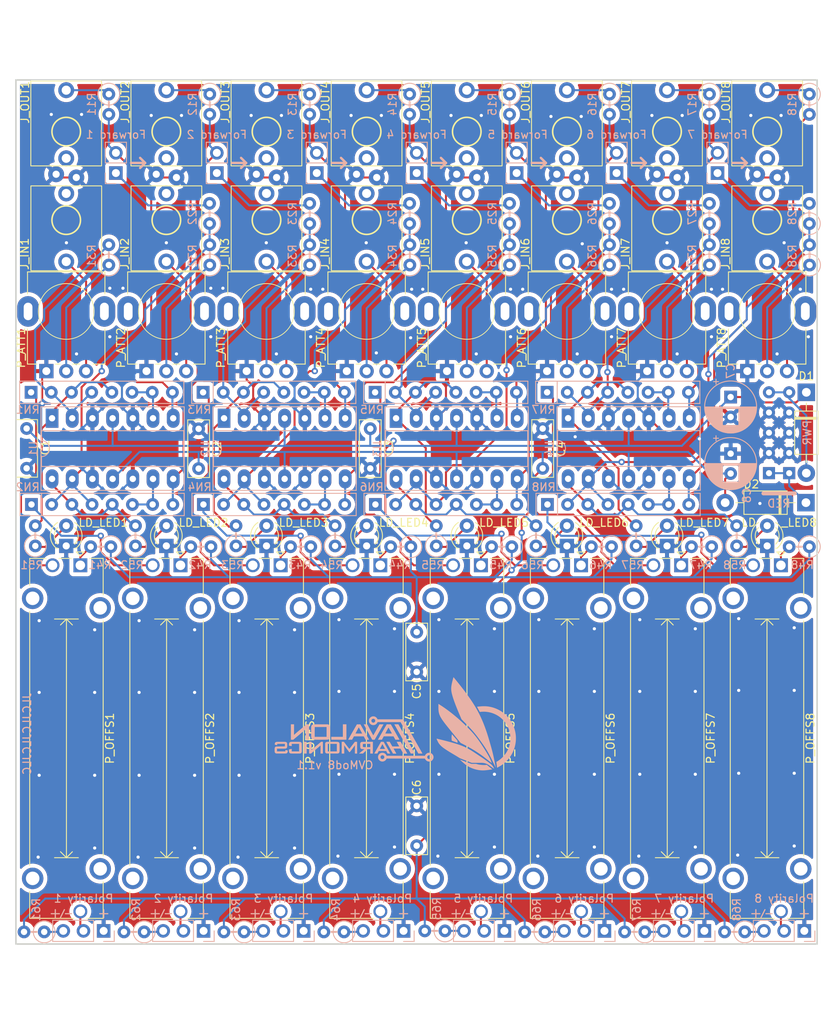
<source format=kicad_pcb>
(kicad_pcb (version 20211014) (generator pcbnew)
  (layers (0 "F.Cu" signal) (31 "B.Cu" signal) (34 "B.Paste" user) (35 "F.Paste" user) (36 "B.SilkS" user "B.Silkscreen") (37 "F.SilkS" user "F.Silkscreen") (38 "B.Mask" user) (39 "F.Mask" user) (44 "Edge.Cuts" user))
  (net 0 "")
  (net 1 "Net-(J_POL2-Pad3)")
  (net 2 "-12V")
  (net 3 "Net-(J_POL1-Pad3)")
  (net 4 "Net-(LD_LED8-Pad2)")
  (net 5 "Net-(LD_LED7-Pad2)")
  (net 6 "Net-(LD_LED6-Pad2)")
  (net 7 "Net-(LD_LED3-Pad2)")
  (net 8 "Net-(LD_LED2-Pad2)")
  (net 9 "Net-(R52-Pad2)")
  (net 10 "Net-(LD_LED1-Pad2)")
  (net 11 "Net-(R51-Pad2)")
  (net 12 "Net-(J_POL5-Pad3)")
  (net 13 "Net-(J_POL8-Pad3)")
  (net 14 "Net-(J_POL7-Pad3)")
  (net 15 "Net-(J_POL6-Pad3)")
  (net 16 "Net-(J_POL4-Pad3)")
  (net 17 "Net-(LD_LED5-Pad2)")
  (net 18 "Net-(LD_LED4-Pad2)")
  (net 19 "Net-(R54-Pad2)")
  (net 20 "Net-(J_POL3-Pad3)")
  (net 21 "Net-(P_OFFS6-Pad2)")
  (net 22 "Net-(U3-Pad13)")
  (net 23 "Net-(U3-Pad8)")
  (net 24 "Net-(P_OFFS5-Pad2)")
  (net 25 "Net-(U3-Pad2)")
  (net 26 "Net-(U3-Pad7)")
  (net 27 "Net-(R24-Pad1)")
  (net 28 "Net-(J_FWD4-Pad2)")
  (net 29 "Net-(U2-Pad2)")
  (net 30 "Net-(J_FWD3-Pad2)")
  (net 31 "Net-(P_OFFS2-Pad2)")
  (net 32 "Net-(R22-Pad1)")
  (net 33 "Net-(RN2-Pad6)")
  (net 34 "Net-(J_FWD2-Pad2)")
  (net 35 "Net-(P_OFFS1-Pad2)")
  (net 36 "Net-(R31-Pad2)")
  (net 37 "Net-(RN1-Pad6)")
  (net 38 "Net-(J_FWD1-Pad2)")
  (net 39 "Net-(P_OFFS8-Pad2)")
  (net 40 "Net-(U4-Pad13)")
  (net 41 "Net-(U4-Pad8)")
  (net 42 "Net-(P_OFFS7-Pad2)")
  (net 43 "Net-(U4-Pad2)")
  (net 44 "Net-(U4-Pad7)")
  (net 45 "Net-(P_OFFS8-Pad1)")
  (net 46 "Net-(P_OFFS7-Pad1)")
  (net 47 "Net-(P_OFFS6-Pad1)")
  (net 48 "Net-(P_OFFS1-Pad1)")
  (net 49 "Net-(J_POL1-Pad2)")
  (net 50 "Net-(P_OFFS2-Pad1)")
  (net 51 "Net-(J_POL2-Pad2)")
  (net 52 "Net-(P_OFFS3-Pad1)")
  (net 53 "Net-(J_POL3-Pad2)")
  (net 54 "Net-(P_OFFS5-Pad1)")
  (net 55 "Net-(P_OFFS4-Pad1)")
  (net 56 "Net-(J_POL4-Pad2)")
  (net 57 "GND")
  (net 58 "+12V")
  (net 59 "Net-(P_ATT7-Pad2)")
  (net 60 "Net-(J_IN7-PadSIG)")
  (net 61 "Net-(P_ATT5-Pad2)")
  (net 62 "Net-(J_IN5-PadSIG)")
  (net 63 "Net-(P_ATT1-Pad2)")
  (net 64 "Net-(J_IN1-PadSIG)")
  (net 65 "Net-(P_ATT2-Pad2)")
  (net 66 "Net-(J_IN2-PadSIG)")
  (net 67 "Net-(P_ATT3-Pad2)")
  (net 68 "Net-(J_IN3-PadSIG)")
  (net 69 "Net-(P_ATT8-Pad2)")
  (net 70 "Net-(J_IN8-PadSIG)")
  (net 71 "Net-(P_ATT4-Pad2)")
  (net 72 "Net-(J_IN4-PadSIG)")
  (net 73 "Net-(P_ATT6-Pad2)")
  (net 74 "Net-(J_IN6-PadSIG)")
  (net 75 "Net-(J_OUT1-PadSIG)")
  (net 77 "Net-(J_OUT2-PadSIG)")
  (net 79 "Net-(J_OUT3-PadSIG)")
  (net 81 "Net-(J_OUT4-PadSIG)")
  (net 83 "Net-(J_OUT7-PadSIG)")
  (net 85 "Net-(J_OUT8-PadSIG)")
  (net 87 "Net-(J_OUT6-PadSIG)")
  (net 89 "Net-(J_OUT5-PadSIG)")
  (net 99 "Net-(D1-Pad2)")
  (net 100 "Net-(D2-Pad1)")
  (net 101 "/OUT5")
  (net 102 "/OUT2")
  (net 103 "/OUT3")
  (net 104 "/OUT4")
  (net 105 "/OUT7")
  (net 106 "/OUT1")
  (net 107 "/OUT6")
  (net 108 "Net-(U4-Pad9)")
  (net 109 "Net-(U4-Pad6)")
  (net 110 "Net-(U4-Pad14)")
  (net 111 "Net-(U4-Pad1)")
  (net 112 "Net-(U3-Pad9)")
  (net 113 "Net-(U3-Pad6)")
  (net 114 "Net-(U3-Pad14)")
  (net 115 "Net-(U3-Pad1)")
  (net 116 "Net-(U2-Pad9)")
  (net 117 "Net-(U2-Pad6)")
  (net 118 "Net-(U2-Pad1)")
  (net 119 "Net-(RN4-Pad1)")
  (net 120 "Net-(RN3-Pad1)")
  (net 121 "Net-(P_OFFS8-Pad3)")
  (net 122 "Net-(P_OFFS7-Pad3)")
  (net 123 "Net-(P_OFFS6-Pad3)")
  (net 124 "Net-(P_OFFS5-Pad3)")
  (footprint "LED_THT:LED_D3.0mm_FlatTop" (layer "F.Cu") (at 76.3016 90.932 90)
    (fp_text reference "LD_LED1")
    (fp_text value "LED (Bi)")
  )
  (footprint "Capacitor_THT:C_Disc_D7.0mm_W2.5mm_P5.00mm" (layer "F.Cu") (at 120.396 123.611 -90)
    (fp_text reference "C6")
    (fp_text value "0.1uF")
  )
  (footprint "Eurorack:PJ301M-12 Offset" (layer "F.Cu") (at 139.2936 49.9872 180)
    (fp_text reference "J_IN6")
    (fp_text value "PJ301M-12" hide)
  )
  (footprint "Eurorack:Potentiometer Song Huei 9mm Trimmer" (layer "F.Cu") (at 101.4984 61.468 90)
    (fp_text reference "P_ATT3")
    (fp_text value "B100k" hide)
  )
  (footprint "Potentiometer_THT:Potentiometer_Song_Huei_SL3015N_Single_Slide" (layer "F.Cu") (at 78.0796 93.3704 -90)
    (fp_text reference "P_OFFS1")
    (fp_text value "B100k")
  )
  (footprint "Eurorack:PJ301M-12 Offset" (layer "F.Cu") (at 101.4984 38.862)
    (fp_text reference "J_OUT3")
    (fp_text value "PJ301M-12" hide)
  )
  (footprint "Capacitor_THT:C_Disc_D7.0mm_W2.5mm_P5.00mm" (layer "F.Cu") (at 71.3182 76.175 -90)
    (fp_text reference "C1")
    (fp_text value "0.1uF")
  )
  (footprint "Capacitor_THT:C_Disc_D7.0mm_W2.5mm_P5.00mm" (layer "F.Cu") (at 136.2456 81.1892 90)
    (fp_text reference "C4")
    (fp_text value "0.1uF")
  )
  (footprint "Eurorack:PJ301M-12 Offset" (layer "F.Cu") (at 151.892 49.9872 180)
    (fp_text reference "J_IN7")
    (fp_text value "PJ301M-12" hide)
  )
  (footprint "Eurorack:PJ301M-12 Offset" (layer "F.Cu") (at 139.2936 38.862)
    (fp_text reference "J_OUT6")
    (fp_text value "PJ301M-12" hide)
  )
  (footprint "Eurorack:PJ301M-12 Offset" (layer "F.Cu") (at 164.4904 38.862)
    (fp_text reference "J_OUT8")
    (fp_text value "PJ301M-12" hide)
  )
  (footprint "Eurorack:PJ301M-12 Offset" (layer "F.Cu") (at 88.9 38.862)
    (fp_text reference "J_OUT2")
    (fp_text value "PJ301M-12" hide)
  )
  (footprint "Eurorack:PJ301M-12 Offset" (layer "F.Cu") (at 101.4984 49.9872 180)
    (fp_text reference "J_IN3")
    (fp_text value "PJ301M-12" hide)
  )
  (footprint "Eurorack:Potentiometer Song Huei 9mm Trimmer" (layer "F.Cu") (at 164.4904 61.468 90)
    (fp_text reference "P_ATT8")
    (fp_text value "B100k" hide)
  )
  (footprint "Capacitor_THT:C_Disc_D7.0mm_W2.5mm_P5.00mm" (layer "F.Cu") (at 120.396 101.767 -90)
    (fp_text reference "C5")
    (fp_text value "0.1uF")
  )
  (footprint "Potentiometer_THT:Potentiometer_Song_Huei_SL3015N_Single_Slide" (layer "F.Cu") (at 115.824 93.3704 -90)
    (fp_text reference "P_OFFS4")
    (fp_text value "B100k")
  )
  (footprint "Potentiometer_THT:Potentiometer_Song_Huei_SL3015N_Single_Slide" (layer "F.Cu") (at 166.2176 93.3704 -90)
    (fp_text reference "P_OFFS8")
    (fp_text value "B100k")
  )
  (footprint "Eurorack:Potentiometer Song Huei 9mm Trimmer" (layer "F.Cu") (at 126.706 61.468 90)
    (fp_text reference "P_ATT5")
    (fp_text value "B100k" hide)
  )
  (footprint "Eurorack:Potentiometer Song Huei 9mm Trimmer" (layer "F.Cu") (at 151.892 61.468 90)
    (fp_text reference "P_ATT7")
    (fp_text value "B100k" hide)
  )
  (footprint "Potentiometer_THT:Potentiometer_Song_Huei_SL3015N_Single_Slide" (layer "F.Cu") (at 141.0716 93.3704 -90)
    (fp_text reference "P_OFFS6")
    (fp_text value "B100k")
  )
  (footprint "Eurorack:Potentiometer Song Huei 9mm Trimmer" (layer "F.Cu") (at 139.2936 61.468 90)
    (fp_text reference "P_ATT6")
    (fp_text value "B100k" hide)
  )
  (footprint "Potentiometer_THT:Potentiometer_Song_Huei_SL3015N_Single_Slide" (layer "F.Cu") (at 128.4732 93.3704 -90)
    (fp_text reference "P_OFFS5")
    (fp_text value "B100k")
  )
  (footprint "Eurorack:PJ301M-12 Offset" (layer "F.Cu") (at 151.892 38.862)
    (fp_text reference "J_OUT7")
    (fp_text value "PJ301M-12" hide)
  )
  (footprint "LED_THT:LED_D3.0mm_FlatTop" (layer "F.Cu") (at 151.892 90.932 90)
    (fp_text reference "LD_LED7")
    (fp_text value "LED (Bi)")
  )
  (footprint "LED_THT:LED_D3.0mm_FlatTop" (layer "F.Cu") (at 101.4984 90.932 90)
    (fp_text reference "LD_LED3")
    (fp_text value "LED (Bi)")
  )
  (footprint "Potentiometer_THT:Potentiometer_Song_Huei_SL3015N_Single_Slide" (layer "F.Cu") (at 90.678 93.3704 -90)
    (fp_text reference "P_OFFS2")
    (fp_text value "B100k")
  )
  (footprint "Eurorack:PJ301M-12 Offset" (layer "F.Cu") (at 126.6952 38.862)
    (fp_text reference "J_OUT5")
    (fp_text value "PJ301M-12" hide)
  )
  (footprint "LED_THT:LED_D3.0mm_FlatTop" (layer "F.Cu") (at 88.9 90.932 90)
    (fp_text reference "LD_LED2")
    (fp_text value "LED (Bi)")
  )
  (footprint "Capacitor_THT:C_Disc_D7.0mm_W2.5mm_P5.00mm" (layer "F.Cu") (at 114.554 76.2 -90)
    (fp_text reference "C3")
    (fp_text value "0.1uF")
  )
  (footprint "Diode_THT:D_DO-41_SOD81_P10.16mm_Horizontal" (layer "F.Cu") (at 169.3672 85.4964 180)
    (fp_text reference "D2")
    (fp_text value "1N4001")
  )
  (footprint "Eurorack:PJ301M-12 Offset" (layer "F.Cu") (at 76.3016 38.862)
    (fp_text reference "J_OUT1")
    (fp_text value "PJ301M-12" hide)
  )
  (footprint "LED_THT:LED_D3.0mm_FlatTop" (layer "F.Cu") (at 114.0968 90.932 90)
    (fp_text reference "LD_LED4")
    (fp_text value "LED (Bi)")
  )
  (footprint "Eurorack:PJ301M-12 Offset" (layer "F.Cu") (at 114.0968 38.862)
    (fp_text reference "J_OUT4")
    (fp_text value "PJ301M-12" hide)
  )
  (footprint "Eurorack:Potentiometer Song Huei 9mm Trimmer" (layer "F.Cu") (at 88.9 61.468 90)
    (fp_text reference "P_ATT2")
    (fp_text value "B100k" hide)
  )
  (footprint "Capacitor_THT:C_Disc_D7.0mm_W2.5mm_P5.00mm" (layer "F.Cu") (at 92.959 81.2146 90)
    (fp_text reference "C2")
    (fp_text value "0.1uF")
  )
  (footprint "Potentiometer_THT:Potentiometer_Song_Huei_SL3015N_Single_Slide" (layer "F.Cu") (at 103.2764 93.3704 -90)
    (fp_text reference "P_OFFS3")
    (fp_text value "B100k")
  )
  (footprint "LED_THT:LED_D3.0mm_FlatTop" (layer "F.Cu") (at 164.4904 90.932 90)
    (fp_text reference "LD_LED8" hide)
    (fp_text value "LED (Bi)")
  )
  (footprint "LED_THT:LED_D3.0mm_FlatTop" (layer "F.Cu") (at 139.2936 90.932 90)
    (fp_text reference "LD_LED6")
    (fp_text value "LED (Bi)")
  )
  (footprint "Eurorack:PJ301M-12 Offset" (layer "F.Cu") (at 88.9 49.9872 180)
    (fp_text reference "J_IN2")
    (fp_text value "PJ301M-12" hide)
  )
  (footprint "Eurorack:PJ301M-12 Offset" (layer "F.Cu") (at 126.6952 49.9872 180)
    (fp_text reference "J_IN5")
    (fp_text value "PJ301M-12" hide)
  )
  (footprint "Eurorack:Potentiometer Song Huei 9mm Trimmer" (layer "F.Cu") (at 76.3016 61.468 90)
    (fp_text reference "P_ATT1")
    (fp_text value "B100k" hide)
  )
  (footprint "Eurorack:PJ301M-12 Offset" (layer "F.Cu") (at 164.4904 49.9872 180)
    (fp_text reference "J_IN8")
    (fp_text value "PJ301M-12" hide)
  )
  (footprint "Eurorack:PJ301M-12 Offset" (layer "F.Cu") (at 76.3016 49.9872 180)
    (fp_text reference "J_IN1")
    (fp_text value "PJ301M-12" hide)
  )
  (footprint "Eurorack:PJ301M-12 Offset" (layer "F.Cu") (at 114.0968 49.9872 180)
    (fp_text reference "J_IN4")
    (fp_text value "PJ301M-12" hide)
  )
  (footprint "Potentiometer_THT:Potentiometer_Song_Huei_SL3015N_Single_Slide" (layer "F.Cu") (at 153.67 93.3704 -90)
    (fp_text reference "P_OFFS7")
    (fp_text value "B100k")
  )
  (footprint "Eurorack:Potentiometer Song Huei 9mm Trimmer" (layer "F.Cu") (at 114.0968 61.468 90)
    (fp_text reference "P_ATT4")
    (fp_text value "B100k" hide)
  )
  (footprint "Diode_THT:D_DO-41_SOD81_P10.16mm_Horizontal" (layer "F.Cu") (at 169.418 71.628 -90)
    (fp_text reference "D1")
    (fp_text value "1N4001")
  )
  (footprint "LED_THT:LED_D3.0mm_FlatTop" (layer "F.Cu") (at 126.706 90.932 90)
    (fp_text reference "LD_LED5")
    (fp_text value "LED (Bi)")
  )
  (footprint "Connector_PinHeader_2.54mm:PinHeader_1x02_P2.54mm_Vertical" (layer "B.Cu") (at 145.542 44.069)
    (fp_text reference "J_FWD6" hide)
    (fp_text value "Conn_01x02_Male")
  )
  (footprint "Resistor_THT:R_Axial_DIN0207_L6.3mm_D2.5mm_P2.54mm_Vertical" (layer "B.Cu") (at 144.653 34.153 -90)
    (fp_text reference "R16")
    (fp_text value "1k")
  )
  (footprint "Connector_PinHeader_2.54mm:PinHeader_1x02_P2.54mm_Vertical" (layer "B.Cu") (at 95.25 44.069)
    (fp_text reference "J_FWD2" hide)
    (fp_text value "Conn_01x02_Male")
  )
  (footprint "Resistor_THT:R_Array_SIP8" (layer "B.Cu") (at 93.5636 85.725)
    (fp_text reference "RN4")
    (fp_text value "100k")
  )
  (footprint "Resistor_THT:R_Axial_DIN0207_L6.3mm_D2.5mm_P2.54mm_Vertical" (layer "B.Cu") (at 86.106 139.446 180)
    (fp_text reference "R62")
    (fp_text value "39k")
  )
  (footprint "Resistor_THT:R_Axial_DIN0207_L6.3mm_D2.5mm_P2.54mm_Vertical" (layer "B.Cu") (at 144.907 91.035 180)
    (fp_text reference "R46")
    (fp_text value "39k")
  )
  (footprint "Logos:Avali Logo 10mm" (layer "B.Cu") (at 127.889 113.284 180)
    (fp_text reference "G***" hide)
    (fp_text value "LOGO" hide)
  )
  (footprint "Package_DIP:DIP-14_W7.62mm_Socket_LongPads" (layer "B.Cu") (at 74.5186 74.8892 -90)
    (fp_text reference "U1")
    (fp_text value "TL074")
  )
  (footprint "Resistor_THT:R_Axial_DIN0207_L6.3mm_D2.5mm_P2.54mm_Vertical" (layer "B.Cu") (at 149.098 139.446 180)
    (fp_text reference "R67")
    (fp_text value "39k")
  )
  (footprint "Resistor_THT:R_Array_SIP8" (layer "B.Cu") (at 136.8452 85.725)
    (fp_text reference "RN8")
    (fp_text value "100k")
  )
  (footprint "Resistor_THT:R_Axial_DIN0207_L6.3mm_D2.5mm_P2.54mm_Vertical" (layer "B.Cu") (at 144.653 55.626 90)
    (fp_text reference "R36")
    (fp_text value "100k")
  )
  (footprint "Resistor_THT:R_Axial_DIN0207_L6.3mm_D2.5mm_P2.54mm_Vertical" (layer "B.Cu") (at 94.5134 91.035 180)
    (fp_text reference "R42")
    (fp_text value "39k")
  )
  (footprint "Resistor_THT:R_Axial_DIN0207_L6.3mm_D2.5mm_P2.54mm_Vertical" (layer "B.Cu") (at 119.6594 91.035 180)
    (fp_text reference "R44")
    (fp_text value "39k")
  )
  (footprint "Package_DIP:DIP-14_W7.62mm_Socket_LongPads" (layer "B.Cu") (at 117.8002 74.8892 -90)
    (fp_text reference "U3")
    (fp_text value "TL074")
  )
  (footprint "Connector_PinHeader_2.54mm:PinHeader_1x03_P2.54mm_Vertical" (layer "B.Cu") (at 131.43 139.319 90)
    (fp_text reference "J_POL5" hide)
    (fp_text value "Conn_01x03_Male")
  )
  (footprint "Resistor_THT:R_Axial_DIN0207_L6.3mm_D2.5mm_P2.54mm_Vertical" (layer "B.Cu") (at 81.915 91.035 180)
    (fp_text reference "R41")
    (fp_text value "39k")
  )
  (footprint "Resistor_THT:R_Axial_DIN0207_L6.3mm_D2.5mm_P2.54mm_Vertical" (layer "B.Cu") (at 94.337 50.424 90)
    (fp_text reference "R22")
    (fp_text value "100k")
  )
  (footprint "Connector_PinHeader_2.54mm:PinHeader_1x03_P2.54mm_Vertical" (layer "B.Cu") (at 156.591 139.319 90)
    (fp_text reference "J_POL7" hide)
    (fp_text value "Conn_01x03_Male")
  )
  (footprint "Resistor_THT:R_Axial_DIN0207_L6.3mm_D2.5mm_P2.54mm_Vertical" (layer "B.Cu") (at 106.934 55.626 90)
    (fp_text reference "R33")
    (fp_text value "100k")
  )
  (footprint "Connector_PinHeader_2.54mm:PinHeader_1x03_P2.54mm_Vertical" (layer "B.Cu") (at 144.018 139.319 90)
    (fp_text reference "J_POL6" hide)
    (fp_text value "Conn_01x03_Male")
  )
  (footprint "Resistor_THT:R_Axial_DIN0207_L6.3mm_D2.5mm_P2.54mm_Vertical" (layer "B.Cu") (at 94.361 55.626 90)
    (fp_text reference "R32")
    (fp_text value "100k")
  )
  (footprint "Package_DIP:DIP-14_W7.62mm_Socket_LongPads" (layer "B.Cu") (at 139.446 74.8792 -90)
    (fp_text reference "U4")
    (fp_text value "TL074")
  )
  (footprint "Resistor_THT:R_Axial_DIN0207_L6.3mm_D2.5mm_P2.54mm_Vertical" (layer "B.Cu") (at 157.226 50.429 90)
    (fp_text reference "R27")
    (fp_text value "100k")
  )
  (footprint "Resistor_THT:R_Axial_DIN0207_L6.3mm_D2.5mm_P2.54mm_Vertical" (layer "B.Cu") (at 119.507 34.153 -90)
    (fp_text reference "R14")
    (fp_text value "1k")
  )
  (footprint "Resistor_THT:R_Axial_DIN0207_L6.3mm_D2.5mm_P2.54mm_Vertical" (layer "B.Cu") (at 106.934 50.429 90)
    (fp_text reference "R23")
    (fp_text value "100k")
  )
  (footprint "Resistor_THT:R_Axial_DIN0207_L6.3mm_D2.5mm_P2.54mm_Vertical" (layer "B.Cu") (at 132.08 50.424 90)
    (fp_text reference "R25")
    (fp_text value "100k")
  )
  (footprint "Resistor_THT:R_Array_SIP8" (layer "B.Cu") (at 115.2044 85.725)
    (fp_text reference "RN6")
    (fp_text value "100k")
  )
  (footprint "Resistor_THT:R_Array_SIP8" (layer "B.Cu") (at 136.8044 71.628)
    (fp_text reference "RN7")
    (fp_text value "100k")
  )
  (footprint "Resistor_THT:R_Axial_DIN0207_L6.3mm_D2.5mm_P2.54mm_Vertical" (layer "B.Cu") (at 97.6616 90.932 90)
    (fp_text reference "R53")
    (fp_text value "1k")
  )
  (footprint "Resistor_THT:R_Axial_DIN0207_L6.3mm_D2.5mm_P2.54mm_Vertical" (layer "B.Cu") (at 122.8584 90.937 90)
    (fp_text reference "R55")
    (fp_text value "1k")
  )
  (footprint "Resistor_THT:R_Axial_DIN0207_L6.3mm_D2.5mm_P2.54mm_Vertical" (layer "B.Cu") (at 136.525 139.446 180)
    (fp_text reference "R66")
    (fp_text value "39k")
  )
  (footprint "Resistor_THT:R_Axial_DIN0207_L6.3mm_D2.5mm_P2.54mm_Vertical" (layer "B.Cu") (at 132.08 34.153 -90)
    (fp_text reference "R15")
    (fp_text value "1k")
  )
  (footprint "Connector_PinHeader_2.54mm:PinHeader_1x03_P2.54mm_Vertical" (layer "B.Cu") (at 118.745 139.319 90)
    (fp_text reference "J_POL4" hide)
    (fp_text value "Conn_01x03_Male")
  )
  (footprint "Resistor_THT:R_Axial_DIN0207_L6.3mm_D2.5mm_P2.54mm_Vertical" (layer "B.Cu") (at 157.5054 91.035 180)
    (fp_text reference "R47")
    (fp_text value "39k")
  )
  (footprint "Package_DIP:DIP-14_W7.62mm_Socket_LongPads" (layer "B.Cu") (at 96.1594 74.8892 -90)
    (fp_text reference "U2")
    (fp_text value "TL074")
  )
  (footprint "Resistor_THT:R_Axial_DIN0207_L6.3mm_D2.5mm_P2.54mm_Vertical" (layer "B.Cu") (at 119.507 50.424 90)
    (fp_text reference "R24")
    (fp_text value "100k")
  )
  (footprint "Resistor_THT:R_Axial_DIN0207_L6.3mm_D2.5mm_P2.54mm_Vertical" (layer "B.Cu") (at 169.799 50.429 90)
    (fp_text reference "R28")
    (fp_text value "100k")
  )
  (footprint "Resistor_THT:R_Axial_DIN0207_L6.3mm_D2.5mm_P2.54mm_Vertical" (layer "B.Cu") (at 106.934 34.153 -90)
    (fp_text reference "R13")
    (fp_text value "1k")
  )
  (footprint "Resistor_THT:R_Axial_DIN0207_L6.3mm_D2.5mm_P2.54mm_Vertical" (layer "B.Cu") (at 157.226 55.626 90)
    (fp_text reference "R37")
    (fp_text value "100k")
  )
  (footprint "Resistor_THT:R_Array_SIP8" (layer "B.Cu") (at 93.5228 71.628)
    (fp_text reference "RN3")
    (fp_text value "100k")
  )
  (footprint "Resistor_THT:R_Axial_DIN0207_L6.3mm_D2.5mm_P2.54mm_Vertical" (layer "B.Cu") (at 157.226 34.153 -90)
    (fp_text reference "R17")
    (fp_text value "1k")
  )
  (footprint "Connector_PinHeader_2.54mm:PinHeader_1x03_P2.54mm_Vertical" (layer "B.Cu") (at 169.164 139.319 90)
    (fp_text reference "J_POL8" hide)
    (fp_text value "Conn_01x03_Male")
  )
  (footprint "Resistor_THT:R_Axial_DIN0207_L6.3mm_D2.5mm_P2.54mm_Vertical" (layer "B.Cu") (at 160.6536 90.937 90)
    (fp_text reference "R58")
    (fp_text value "1k")
  )
  (footprint "Eurorack:Eurorack Power 10 Pin" (layer "B.Cu") (at 167.259 76.71 180)
    (fp_text reference "PWR1" hide)
    (fp_text value "PWR_10_Pin" hide)
  )
  (footprint "Resistor_THT:R_Axial_DIN0207_L6.3mm_D2.5mm_P2.54mm_Vertical" (layer "B.Cu") (at 169.823 55.631 90)
    (fp_text reference "R38")
    (fp_text value "100k")
  )
  (footprint "Connector_PinHeader_2.54mm:PinHeader_1x02_P2.54mm_Vertical" (layer "B.Cu") (at 107.823 44.069)
    (fp_text reference "J_FWD3" hide)
    (fp_text value "Conn_01x02_Male")
  )
  (footprint "Resistor_THT:R_Axial_DIN0207_L6.3mm_D2.5mm_P2.54mm_Vertical" (layer "B.Cu") (at 73.533 139.446 180)
    (fp_text reference "R61")
    (fp_text value "39k")
  )
  (footprint "Resistor_THT:R_Axial_DIN0207_L6.3mm_D2.5mm_P2.54mm_Vertical" (layer "B.Cu") (at 144.653 50.429 90)
    (fp_text reference "R26")
    (fp_text value "100k")
  )
  (footprint "Resistor_THT:R_Axial_DIN0207_L6.3mm_D2.5mm_P2.54mm_Vertical" (layer "B.Cu") (at 169.799 91.035 180)
    (fp_text reference "R48")
    (fp_text value "39k")
  )
  (footprint "Resistor_THT:R_Axial_DIN0207_L6.3mm_D2.5mm_P2.54mm_Vertical" (layer "B.Cu") (at 85.0124 90.937 90)
    (fp_text reference "R52")
    (fp_text value "1k")
  )
  (footprint "Resistor_THT:R_Axial_DIN0207_L6.3mm_D2.5mm_P2.54mm_Vertical" (layer "B.Cu") (at 94.361 34.153 -90)
    (fp_text reference "R12")
    (fp_text value "1k")
  )
  (footprint "Connector_PinHeader_2.54mm:PinHeader_1x03_P2.54mm_Vertical" (layer "B.Cu") (at 81.011 139.319 90)
    (fp_text reference "J_POL1" hide)
    (fp_text value "Conn_01x03_Male")
  )
  (footprint "Capacitor_THT:CP_Radial_D6.3mm_P2.50mm" (layer "B.Cu") (at 159.893 79.335621 -90)
    (fp_text reference "C8")
    (fp_text value "47uF")
  )
  (footprint "Resistor_THT:R_Axial_DIN0207_L6.3mm_D2.5mm_P2.54mm_Vertical" (layer "B.Cu") (at 132.3594 91.035 180)
    (fp_text reference "R45")
    (fp_text value "39k")
  )
  (footprint "Resistor_THT:R_Array_SIP8" (layer "B.Cu") (at 71.882 71.628)
    (fp_text reference "RN1")
    (fp_text value "100k")
  )
  (footprint "Resistor_THT:R_Axial_DIN0207_L6.3mm_D2.5mm_P2.54mm_Vertical" (layer "B.Cu") (at 119.531 55.626 90)
    (fp_text reference "R34")
    (fp_text value "100k")
  )
  (footprint "Connector_PinHeader_2.54mm:PinHeader_1x02_P2.54mm_Vertical" (layer "B.Cu") (at 158.242 44.074)
    (fp_text reference "J_FWD7" hide)
    (fp_text value "Conn_01x02_Male")
  )
  (footprint "Resistor_THT:R_Axial_DIN0207_L6.3mm_D2.5mm_P2.54mm_Vertical" (layer "B.Cu") (at 111.252 139.446 180)
    (fp_text reference "R64")
    (fp_text value "39k")
  )
  (footprint "Capacitor_THT:CP_Radial_D6.3mm_P2.50mm" (layer "B.Cu") (at 159.893 72.223621 -90)
    (fp_text reference "C7")
    (fp_text value "47uF")
  )
  (footprint "Resistor_THT:R_Array_SIP8" (layer "B.Cu") (at 115.1636 71.628)
    (fp_text reference "RN5")
    (fp_text value "100k")
  )
  (footprint "Resistor_THT:R_Axial_DIN0207_L6.3mm_D2.5mm_P2.54mm_Vertical" (layer "B.Cu") (at 132.08 55.626 90)
    (fp_text reference "R35")
    (fp_text value "100k")
  )
  (footprint "Connector_PinHeader_2.54mm:PinHeader_1x03_P2.54mm_Vertical" (layer "B.Cu") (at 93.584 139.319 90)
    (fp_text reference "J_POL2" hide)
    (fp_text value "Conn_01x03_Male")
  )
  (footprint "Resistor_THT:R_Axial_DIN0207_L6.3mm_D2.5mm_P2.54mm_Vertical" (layer "B.Cu") (at 72.414 90.937 90)
    (fp_text reference "R51")
    (fp_text value "1k")
  )
  (footprint "Resistor_THT:R_Array_SIP8" (layer "B.Cu") (at 71.9328 85.725)
    (fp_text reference "RN2")
    (fp_text value "100k")
  )
  (footprint "Resistor_THT:R_Axial_DIN0207_L6.3mm_D2.5mm_P2.54mm_Vertical" (layer "B.Cu") (at 148.0044 90.937 90)
    (fp_text reference "R57")
    (fp_text value "1k")
  )
  (footprint "Resistor_THT:R_Axial_DIN0207_L6.3mm_D2.5mm_P2.54mm_Vertical" (layer "B.Cu") (at 110.133 90.937 90)
    (fp_text reference "R54")
    (fp_text value "1k")
  )
  (footprint "Resistor_THT:R_Axial_DIN0207_L6.3mm_D2.5mm_P2.54mm_Vertical" (layer "B.Cu") (at 107.066 91.035 180)
    (fp_text reference "R43")
    (fp_text value "39k")
  )
  (footprint "Resistor_THT:R_Axial_DIN0207_L6.3mm_D2.5mm_P2.54mm_Vertical" (layer "B.Cu") (at 169.799 34.158 -90)
    (fp_text reference "R18")
    (fp_text value "1k")
  )
  (footprint "Resistor_THT:R_Axial_DIN0207_L6.3mm_D2.5mm_P2.54mm_Vertical" (layer "B.Cu") (at 98.679 139.446 180)
    (fp_text reference "R63")
    (fp_text value "39k")
  )
  (footprint "Logos:Avalon Harmonics 20mm" (layer "B.Cu") (at 112.522 115.189 180)
    (fp_text reference "G***" hide)
    (fp_text value "LOGO" hide)
  )
  (footprint "Connector_PinHeader_2.54mm:PinHeader_1x03_P2.54mm_Vertical" (layer "B.Cu") (at 106.172 139.319 90)
    (fp_text reference "J_POL3" hide)
    (fp_text value "Conn_01x03_Male")
  )
  (footprint "Resistor_THT:R_Axial_DIN0207_L6.3mm_D2.5mm_P2.54mm_Vertical" (layer "B.Cu") (at 161.671 139.446 180)
    (fp_text reference "R68")
    (fp_text value "39k")
  )
  (footprint "Resistor_THT:R_Axial_DIN0207_L6.3mm_D2.5mm_P2.54mm_Vertical" (layer "B.Cu") (at 135.406 90.937 90)
    (fp_text reference "R56")
    (fp_text value "1k")
  )
  (footprint "Resistor_THT:R_Axial_DIN0207_L6.3mm_D2.5mm_P2.54mm_Vertical" (layer "B.Cu") (at 81.661 34.153 -90)
    (fp_text reference "R11")
    (fp_text value "1k")
  )
  (footprint "Connector_PinHeader_2.54mm:PinHeader_1x02_P2.54mm_Vertical" (layer "B.Cu") (at 132.969 44.069)
    (fp_text reference "J_FWD5" hide)
    (fp_text value "Conn_01x02_Male")
  )
  (footprint "Connector_PinHeader_2.54mm:PinHeader_1x02_P2.54mm_Vertical" (layer "B.Cu") (at 120.396 44.069)
    (fp_text reference "J_FWD4" hide)
    (fp_text value "Conn_01x02_Male")
  )
  (footprint "Resistor_THT:R_Axial_DIN0207_L6.3mm_D2.5mm_P2.54mm_Vertical" (layer "B.Cu") (at 123.952 139.319 180)
    (fp_text reference "R65")
    (fp_text value "39k")
  )
  (footprint "Resistor_THT:R_Axial_DIN0207_L6.3mm_D2.5mm_P2.54mm_Vertical" (layer "B.Cu") (at 81.661 55.626 90)
    (fp_text reference "R31")
    (fp_text value "100k")
  )
  (footprint "Connector_PinHeader_2.54mm:PinHeader_1x02_P2.54mm_Vertical" (layer "B.Cu") (at 82.55 44.069)
    (fp_text reference "J_FWD1" hide)
    (fp_text value "Conn_01x02_Male")
  )
  (gr_line (start 84.455 42.799) (end 86.233 42.799) (layer "B.SilkS") (width 0.3))
  (gr_line (start 137.922 137.668) (end 137.922 136.652) (layer "B.SilkS") (width 0.15))
  (gr_line (start 138.557 137.668) (end 139.065 136.652) (layer "B.SilkS") (width 0.15))
  (gr_line (start 98.933 42.799) (end 98.298 42.164) (layer "B.SilkS") (width 0.3))
  (gr_line (start 163.703 137.668) (end 164.211 136.652) (layer "B.SilkS") (width 0.15))
  (gr_line (start 112.649 137.668) (end 112.649 136.652) (layer "B.SilkS") (width 0.15))
  (gr_line (start 131.445 137.668) (end 131.445 136.652) (layer "B.SilkS") (width 0.15))
  (gr_line (start 89.535 137.16) (end 88.773 137.16) (layer "B.SilkS") (width 0.15))
  (gr_line (start 113.284 137.668) (end 113.792 136.652) (layer "B.SilkS") (width 0.15))
  (gr_line (start 122.301 42.799) (end 124.079 42.799) (layer "B.SilkS") (width 0.3))
  (gr_line (start 149.225 42.799) (end 148.59 42.164) (layer "B.SilkS") (width 0.3))
  (gr_line (start 97.155 42.799) (end 98.933 42.799) (layer "B.SilkS") (width 0.3))
  (gr_line (start 151.003 137.16) (end 149.987 137.16) (layer "B.SilkS") (width 0.15))
  (gr_line (start 169.164 137.668) (end 169.164 136.652) (layer "B.SilkS") (width 0.15))
  (gr_line (start 113.157 137.16) (end 112.141 137.16) (layer "B.SilkS") (width 0.15))
  (gr_line (start 119.253 137.16) (end 118.237 137.16) (layer "B.SilkS") (width 0.15))
  (gr_line (start 156.591 137.668) (end 156.591 136.652) (layer "B.SilkS") (width 0.15))
  (gr_line (start 144.526 137.16) (end 143.51 137.16) (layer "B.SilkS") (width 0.15))
  (gr_line (start 138.43 137.16) (end 137.414 137.16) (layer "B.SilkS") (width 0.15))
  (gr_line (start 123.444 43.434) (end 124.079 42.799) (layer "B.SilkS") (width 0.3))
  (gr_line (start 109.728 42.799) (end 111.506 42.799) (layer "B.SilkS") (width 0.3))
  (gr_line (start 100.584 137.16) (end 99.568 137.16) (layer "B.SilkS") (width 0.15))
  (gr_line (start 125.857 137.16) (end 124.841 137.16) (layer "B.SilkS") (width 0.15))
  (gr_line (start 160.147 42.799) (end 161.925 42.799) (layer "B.SilkS") (width 0.3))
  (gr_line (start 163.068 137.668) (end 163.068 136.652) (layer "B.SilkS") (width 0.15))
  (gr_line (start 98.298 43.434) (end 98.933 42.799) (layer "B.SilkS") (width 0.3))
  (gr_line (start 157.099 137.16) (end 156.083 137.16) (layer "B.SilkS") (width 0.15))
  (gr_line (start 134.874 42.799) (end 136.652 42.799) (layer "B.SilkS") (width 0.3))
  (gr_line (start 110.871 43.434) (end 111.506 42.799) (layer "B.SilkS") (width 0.3))
  (gr_line (start 161.29 43.434) (end 161.925 42.799) (layer "B.SilkS") (width 0.3))
  (gr_line (start 94.107 137.16) (end 93.091 137.16) (layer "B.SilkS") (width 0.15))
  (gr_line (start 147.447 42.799) (end 149.225 42.799) (layer "B.SilkS") (width 0.3))
  (gr_line (start 81.534 137.16) (end 80.518 137.16) (layer "B.SilkS") (width 0.15))
  (gr_line (start 88.011 137.16) (end 86.995 137.16) (layer "B.SilkS") (width 0.15))
  (gr_line (start 75.438 137.16) (end 74.422 137.16) (layer "B.SilkS") (width 0.15))
  (gr_line (start 161.925 42.799) (end 161.29 42.164) (layer "B.SilkS") (width 0.3))
  (gr_line (start 114.681 137.16) (end 113.919 137.16) (layer "B.SilkS") (width 0.15))
  (gr_line (start 152.527 137.16) (end 151.765 137.16) (layer "B.SilkS") (width 0.15))
  (gr_line (start 76.962 137.16) (end 76.2 137.16) (layer "B.SilkS") (width 0.15))
  (gr_line (start 106.68 137.16) (end 105.664 137.16) (layer "B.SilkS") (width 0.15))
  (gr_line (start 102.108 137.16) (end 101.346 137.16) (layer "B.SilkS") (width 0.15))
  (gr_line (start 139.954 137.16) (end 139.192 137.16) (layer "B.SilkS") (width 0.15))
  (gr_line (start 144.018 137.668) (end 144.018 136.652) (layer "B.SilkS") (width 0.15))
  (gr_line (start 124.079 42.799) (end 123.444 42.164) (layer "B.SilkS") (width 0.3))
  (gr_line (start 118.745 137.668) (end 118.745 136.652) (layer "B.SilkS") (width 0.15))
  (gr_line (start 127.381 137.16) (end 126.619 137.16) (layer "B.SilkS") (width 0.15))
  (gr_line (start 88.138 137.668) (end 88.646 136.652) (layer "B.SilkS") (width 0.15))
  (gr_line (start 169.672 137.16) (end 168.656 137.16) (layer "B.SilkS") (width 0.15))
  (gr_line (start 87.503 137.668) (end 87.503 136.652) (layer "B.SilkS") (width 0.15))
  (gr_line (start 131.953 137.16) (end 130.937 137.16) (layer "B.SilkS") (width 0.15))
  (gr_line (start 81.026 137.668) (end 81.026 136.652) (layer "B.SilkS") (width 0.15))
  (gr_line (start 74.93 137.668) (end 74.93 136.652) (layer "B.SilkS") (width 0.15))
  (gr_line (start 85.598 43.434) (end 86.233 42.799) (layer "B.SilkS") (width 0.3))
  (gr_line (start 111.506 42.799) (end 110.871 42.164) (layer "B.SilkS") (width 0.3))
  (gr_line (start 106.172 137.668) (end 106.172 136.652) (layer "B.SilkS") (width 0.15))
  (gr_line (start 125.349 137.668) (end 125.349 136.652) (layer "B.SilkS") (width 0.15))
  (gr_line (start 150.495 137.668) (end 150.495 136.652) (layer "B.SilkS") (width 0.15))
  (gr_line (start 163.576 137.16) (end 162.56 137.16) (layer "B.SilkS") (width 0.15))
  (gr_line (start 75.565 137.668) (end 76.073 136.652) (layer "B.SilkS") (width 0.15))
  (gr_line (start 100.076 137.668) (end 100.076 136.652) (layer "B.SilkS") (width 0.15))
  (gr_line (start 100.711 137.668) (end 101.219 136.652) (layer "B.SilkS") (width 0.15))
  (gr_line (start 136.652 42.799) (end 136.017 42.164) (layer "B.SilkS") (width 0.3))
  (gr_line (start 93.599 137.668) (end 93.599 136.652) (layer "B.SilkS") (width 0.15))
  (gr_line (start 148.59 43.434) (end 149.225 42.799) (layer "B.SilkS") (width 0.3))
  (gr_line (start 125.984 137.668) (end 126.492 136.652) (layer "B.SilkS") (width 0.15))
  (gr_line (start 136.017 43.434) (end 136.652 42.799) (layer "B.SilkS") (width 0.3))
  (gr_line (start 165.1 137.16) (end 164.338 137.16) (layer "B.SilkS") (width 0.15))
  (gr_line (start 86.233 42.799) (end 85.598 42.164) (layer "B.SilkS") (width 0.3))
  (gr_line (start 151.13 137.668) (end 151.638 136.652) (layer "B.SilkS") (width 0.15))
  (gr_rect (start 69.973 32.37) (end 170.773 140.97) (layer "Edge.Cuts") (width 0.2) (fill none))
  (gr_text "Forward 5" (at 133.096 39.243) (layer "B.SilkS") (effects (font (size 1 1)) (justify mirror)))
  (gr_text "Polarity 5" (at 128.778 135.255) (layer "B.SilkS") (effects (font (size 1 1)) (justify mirror)))
  (gr_text "Forward 4" (at 120.396 39.243) (layer "B.SilkS") (effects (font (size 1 1)) (justify mirror)))
  (gr_text "Polarity 1" (at 78.486 135.255) (layer "B.SilkS") (effects (font (size 1 1)) (justify mirror)))
  (gr_text "Polarity 3" (at 103.632 135.255) (layer "B.SilkS") (effects (font (size 1 1)) (justify mirror)))
  (gr_text "Forward 2" (at 95.25 39.243) (layer "B.SilkS") (effects (font (size 1 1)) (justify mirror)))
  (gr_text "Polarity 8" (at 166.624 135.255) (layer "B.SilkS") (effects (font (size 1 1)) (justify mirror)))
  (gr_text "Polarity 7" (at 154.051 135.255) (layer "B.SilkS") (effects (font (size 1 1)) (justify mirror)))
  (gr_text "JLCJLCJLCJLC" (at 71.374 114.554 90) (layer "B.SilkS") (effects (font (size 1 1)) (justify mirror)))
  (gr_text "Polarity 2" (at 91.059 135.255) (layer "B.SilkS") (effects (font (size 1 1)) (justify mirror)))
  (gr_text "Forward 1" (at 82.55 39.243) (layer "B.SilkS") (effects (font (size 1 1)) (justify mirror)))
  (gr_text "Forward 3" (at 107.823 39.243) (layer "B.SilkS") (effects (font (size 1 1)) (justify mirror)))
  (gr_text "Polarity 6" (at 141.478 135.255) (layer "B.SilkS") (effects (font (size 1 1)) (justify mirror)))
  (gr_text "Forward 7" (at 158.242 39.243) (layer "B.SilkS") (effects (font (size 1 1)) (justify mirror)))
  (gr_text "CVMod8 v1.1" (at 110.109 118.491) (layer "B.SilkS") (effects (font (size 1 1)) (justify mirror)))
  (gr_text "Polarity 4" (at 116.078 135.255) (layer "B.SilkS") (effects (font (size 1 1)) (justify mirror)))
  (gr_text "Forward 6" (at 145.542 39.243) (layer "B.SilkS") (effects (font (size 1 1)) (justify mirror)))
  (gr_text "LD" (at 162.179 87.994665) (layer "F.SilkS") (effects (font (size 1 1))))
  (gr_text "_LED8" (at 168.529 88.011) (layer "F.SilkS") (effects (font (size 1 1))))
  (segment (start 88.377 139.446) (end 88.504 139.319) (width 0.25) (layer "B.Cu") (net 1))
  (segment (start 86.106 139.446) (end 88.377 139.446) (width 0.25) (layer "B.Cu") (net 1))
  (segment (start 134.493 86.741) (end 133.604 87.63) (width 0.25) (layer "F.Cu") (net 2))
  (segment (start 159.2072 85.4964) (end 159.2072 82.521421) (width 0.25) (layer "F.Cu") (net 2))
  (segment (start 136.2456 81.1892) (end 134.493 82.9418) (width 0.25) (layer "F.Cu") (net 2))
  (segment (start 128.27 98.044) (end 128.27 120.737) (width 0.25) (layer "F.Cu") (net 2))
  (segment (start 132.334 93.98) (end 128.27 98.044) (width 0.25) (layer "F.Cu") (net 2))
  (segment (start 128.27 120.737) (end 120.396 128.611) (width 0.25) (layer "F.Cu") (net 2))
  (segment (start 134.493 82.9418) (end 134.493 86.741) (width 0.25) (layer "F.Cu") (net 2))
  (segment (start 159.2072 82.521421) (end 159.893 81.835621) (width 0.25) (layer "F.Cu") (net 2))
  (segment (start 133.604 87.63) (end 133.604 89.281) (width 0.25) (layer "F.Cu") (net 2))
  (via (at 133.604 89.281) (size 0.8) (drill 0.4) (layers "F.Cu" "B.Cu") (net 2))
  (via (at 132.334 93.98) (size 0.8) (drill 0.4) (layers "F.Cu" "B.Cu") (net 2))
  (segment (start 108.712 135.255) (end 110.617 135.255) (width 0.25) (layer "B.Cu") (net 2))
  (segment (start 133.985 139.446) (end 133.985 137.922) (width 0.25) (layer "B.Cu") (net 2))
  (segment (start 157.273621 81.835621) (end 159.893 81.835621) (width 0.25) (layer "B.Cu") (net 2))
  (segment (start 103.7794 79.1414) (end 103.759 79.121) (width 0.25) (layer "B.Cu") (net 2))
  (segment (start 92.964 79.121) (end 85.5268 79.121) (width 0.25) (layer "B.Cu") (net 2))
  (segment (start 121.412 135.255) (end 131.318 135.255) (width 0.25) (layer "B.Cu") (net 2))
  (segment (start 136.271 79.121) (end 147.066 79.121) (width 0.25) (layer "B.Cu") (net 2))
  (segment (start 121.412 136.271) (end 120.396 135.255) (width 0.25) (layer "B.Cu") (net 2))
  (segment (start 131.318 135.255) (end 133.858 135.255) (width 0.25) (layer "B.Cu") (net 2))
  (segment (start 83.566 139.446) (end 83.566 137.922) (width 0.25) (layer "B.Cu") (net 2))
  (segment (start 73.66 135.255) (end 88.392 135.255) (width 0.25) (layer "B.Cu") (net 2))
  (segment (start 95.0526 79.121) (end 103.759 79.121) (width 0.25) (layer "B.Cu") (net 2))
  (segment (start 110.617 135.255) (end 111.506 135.255) (width 0.25) (layer "B.Cu") (net 2))
  (segment (start 159.131 137.922) (end 159.131 139.446) (width 0.25) (layer "B.Cu") (net 2))
  (segment (start 147.066 82.4992) (end 147.066 79.121) (width 0.25) (layer "B.Cu") (net 2))
  (segment (start 111.379 135.255) (end 111.506 135.255) (width 0.25) (layer "B.Cu") (net 2))
  (segment (start 111.506 135.255) (end 120.269 135.255) (width 0.25) (layer "B.Cu") (net 2))
  (segment (start 125.4202 82.5092) (end 125.4202 79.1768) (width 0.25) (layer "B.Cu") (net 2))
  (segment (start 136.2456 79.1464) (end 136.271 79.121) (width 0.25) (layer "B.Cu") (net 2))
  (segment (start 103.7794 82.5092) (end 103.7794 79.1414) (width 0.25) (layer "B.Cu") (net 2))
  (segment (start 95.0526 79.121) (end 92.964 79.121) (width 0.25) (layer "B.Cu") (net 2))
  (segment (start 146.558 139.446) (end 146.558 137.795) (width 0.25) (layer "B.Cu") (net 2))
  (segment (start 108.712 137.922) (end 111.379 135.255) (width 0.25) (layer "B.Cu") (net 2))
  (segment (start 125.476 79.121) (end 136.271 79.121) (width 0.25) (layer "B.Cu") (net 2))
  (segment (start 96.139 139.446) (end 96.139 137.922) (width 0.25) (layer "B.Cu") (net 2))
  (segment (start 154.559 79.121) (end 157.273621 81.835621) (width 0.25) (layer "B.Cu") (net 2))
  (segment (start 86.233 135.255) (end 88.392 135.255) (width 0.25) (layer "B.Cu") (net 2))
  (segment (start 125.4202 79.1768) (end 125.476 79.121) (width 0.25) (layer "B.Cu") (net 2))
  (segment (start 156.464 135.255) (end 159.131 137.922) (width 0.25) (layer "B.Cu") (net 2))
  (segment (start 120.396 135.255) (end 120.269 135.255) (width 0.25) (layer "B.Cu") (net 2))
  (segment (start 92.959 81.2146) (end 92.959 79.126) (width 0.25) (layer "B.Cu") (net 2))
  (segment (start 133.858 135.255) (end 144.018 135.255) (width 0.25) (layer "B.Cu") (net 2))
  (segment (start 92.959 79.126) (end 92.964 79.121) (width 0.25) (layer "B.Cu") (net 2))
  (segment (start 121.412 139.319) (end 121.412 136.271) (width 0.25) (layer "B.Cu") (net 2))
  (segment (start 96.139 137.922) (end 98.806 135.255) (width 0.25) (layer "B.Cu") (net 2))
  (segment (start 70.993 139.446) (end 70.993 137.922) (width 0.25) (layer "B.Cu") (net 2))
  (segment (start 120.269 135.255) (end 121.412 135.255) (width 0.25) (layer "B.Cu") (net 2))
  (segment (start 100.965 135.255) (end 108.712 135.255) (width 0.25) (layer "B.Cu") (net 2))
  (segment (start 133.985 137.922) (end 131.318 135.255) (width 0.25) (layer "B.Cu") (net 2))
  (segment (start 85.5268 79.121) (end 82.1386 82.5092) (width 0.25) (layer "B.Cu") (net 2))
  (segment (start 120.396 128.611) (end 120.396 135.128) (width 0.25) (layer "B.Cu") (net 2))
  (segment (start 96.139 135.255) (end 100.965 135.255) (width 0.25) (layer "B.Cu") (net 2))
  (segment (start 88.392 135.255) (end 96.139 135.255) (width 0.25) (layer "B.Cu") (net 2))
  (segment (start 120.396 135.128) (end 120.269 135.255) (width 0.25) (layer "B.Cu") (net 2))
  (segment (start 133.604 92.71) (end 132.334 93.98) (width 0.25) (layer "B.Cu") (net 2))
  (segment (start 98.806 135.255) (end 100.965 135.255) (width 0.25) (layer "B.Cu") (net 2))
  (segment (start 146.558 137.795) (end 144.018 135.255) (width 0.25) (layer "B.Cu") (net 2))
  (segment (start 144.018 135.255) (end 156.464 135.255) (width 0.25) (layer "B.Cu") (net 2))
  (segment (start 136.2456 81.1892) (end 136.2456 79.1464) (width 0.25) (layer "B.Cu") (net 2))
  (segment (start 70.993 137.922) (end 73.66 135.255) (width 0.25) (layer "B.Cu") (net 2))
  (segment (start 108.712 139.446) (end 108.712 137.922) (width 0.25) (layer "B.Cu") (net 2))
  (segment (start 103.759 79.121) (end 125.476 79.121) (width 0.25) (layer "B.Cu") (net 2))
  (segment (start 133.604 89.281) (end 133.604 92.71) (width 0.25) (layer "B.Cu") (net 2))
  (segment (start 83.566 137.922) (end 86.233 135.255) (width 0.25) (layer "B.Cu") (net 2))
  (segment (start 147.066 79.121) (end 154.559 79.121) (width 0.25) (layer "B.Cu") (net 2))
  (segment (start 73.533 139.446) (end 75.804 139.446) (width 0.25) (layer "B.Cu") (net 3))
  (segment (start 75.804 139.446) (end 75.931 139.319) (width 0.25) (layer "B.Cu") (net 3))
  (segment (start 161.8488 91.059) (end 164.5158 88.392) (width 0.25) (layer "F.Cu") (net 4))
  (segment (start 160.6536 91.059) (end 161.8488 91.059) (width 0.25) (layer "F.Cu") (net 4))
  (segment (start 149.2504 91.059) (end 151.9174 88.392) (width 0.25) (layer "F.Cu") (net 5))
  (segment (start 148.0044 91.059) (end 149.2504 91.059) (width 0.25) (layer "F.Cu") (net 5))
  (segment (start 135.406 91.059) (end 136.652 91.059) (width 0.25) (layer "F.Cu") (net 6))
  (segment (start 136.652 91.059) (end 139.319 88.392) (width 0.25) (layer "F.Cu") (net 6))
  (segment (start 97.6616 91.059) (end 98.9076 91.059) (width 0.25) (layer "F.Cu") (net 7))
  (segment (start 98.9076 91.059) (end 101.5746 88.392) (width 0.25) (layer "F.Cu") (net 7))
  (segment (start 85.0124 91.059) (end 86.2584 91.059) (width 0.25) (layer "F.Cu") (net 8))
  (segment (start 86.2584 91.059) (end 88.9254 88.392) (width 0.25) (layer "F.Cu") (net 8))
  (segment (start 74.5186 83.2308) (end 74.5186 82.5092) (width 0.25) (layer "F.Cu") (net 9))
  (segment (start 77.0128 85.725) (end 74.5186 83.2308) (width 0.25) (layer "F.Cu") (net 9))
  (segment (start 78.2828 86.995) (end 80.8228 86.995) (width 0.25) (layer "B.Cu") (net 9))
  (segment (start 77.0128 85.725) (end 78.2828 86.995) (width 0.25) (layer "B.Cu") (net 9))
  (segment (start 84.8868 88.519) (end 85.0124 88.519) (width 0.25) (layer "B.Cu") (net 9))
  (segment (start 82.0928 85.725) (end 84.8868 88.519) (width 0.25) (layer "B.Cu") (net 9))
  (segment (start 80.8228 86.995) (end 82.0928 85.725) (width 0.25) (layer "B.Cu") (net 9))
  (segment (start 72.414 91.059) (end 73.66 91.059) (width 0.25) (layer "F.Cu") (net 10))
  (segment (start 73.66 91.059) (end 76.327 88.392) (width 0.25) (layer "F.Cu") (net 10))
  (segment (start 73.213999 87.719001) (end 73.213999 76.193801) (width 0.25) (layer "F.Cu") (net 11))
  (segment (start 74.5186 74.0714) (end 74.5186 74.8892) (width 0.25) (layer "F.Cu") (net 11))
  (segment (start 72.414 88.519) (end 73.213999 87.719001) (width 0.25) (layer "F.Cu") (net 11))
  (segment (start 73.213999 76.193801) (end 74.5186 74.8892) (width 0.25) (layer "F.Cu") (net 11))
  (segment (start 76.962 71.628) (end 74.5186 74.0714) (width 0.25) (layer "F.Cu") (net 11))
  (segment (start 80.772 70.358) (end 82.042 71.628) (width 0.25) (layer "B.Cu") (net 11))
  (segment (start 76.962 71.628) (end 78.232 70.358) (width 0.25) (layer "B.Cu") (net 11))
  (segment (start 78.232 70.358) (end 80.772 70.358) (width 0.25) (layer "B.Cu") (net 11))
  (segment (start 123.952 139.319) (end 126.35 139.319) (width 0.25) (layer "B.Cu") (net 12))
  (segment (start 161.671 139.446) (end 163.957 139.446) (width 0.25) (layer "B.Cu") (net 13))
  (segment (start 163.957 139.446) (end 164.084 139.319) (width 0.25) (layer "B.Cu") (net 13))
  (segment (start 149.098 139.446) (end 151.384 139.446) (width 0.25) (layer "B.Cu") (net 14))
  (segment (start 151.384 139.446) (end 151.511 139.319) (width 0.25) (layer "B.Cu") (net 14))
  (segment (start 138.811 139.446) (end 138.938 139.319) (width 0.25) (layer "B.Cu") (net 15))
  (segment (start 136.525 139.446) (end 138.811 139.446) (width 0.25) (layer "B.Cu") (net 15))
  (segment (start 111.252 139.446) (end 113.538 139.446) (width 0.25) (layer "B.Cu") (net 16))
  (segment (start 113.538 139.446) (end 113.665 139.319) (width 0.25) (layer "B.Cu") (net 16))
  (segment (start 122.8584 91.059) (end 124.1044 91.059) (width 0.25) (layer "F.Cu") (net 17))
  (segment (start 124.1044 91.059) (end 126.7714 88.392) (width 0.25) (layer "F.Cu") (net 17))
  (segment (start 111.4094 91.054) (end 114.0714 88.392) (width 0.25) (layer "F.Cu") (net 18))
  (segment (start 110.133 91.054) (end 111.4094 91.054) (width 0.25) (layer "F.Cu") (net 18))
  (segment (start 98.6436 85.725) (end 96.1594 83.2408) (width 0.25) (layer "F.Cu") (net 19))
  (segment (start 96.1594 83.2408) (end 96.1594 82.5092) (width 0.25) (layer "F.Cu") (net 19))
  (segment (start 99.9136 86.995) (end 102.4536 86.995) (width 0.25) (layer "B.Cu") (net 19))
  (segment (start 98.6436 85.725) (end 99.9136 86.995) (width 0.25) (layer "B.Cu") (net 19))
  (segment (start 102.4536 86.995) (end 103.7236 85.725) (width 0.25) (layer "B.Cu") (net 19))
  (segment (start 108.585 86.995) (end 110.104 88.514) (width 0.25) (layer "B.Cu") (net 19))
  (segment (start 103.7236 85.725) (end 104.9936 86.995) (width 0.25) (layer "B.Cu") (net 19))
  (segment (start 110.104 88.514) (end 110.133 88.514) (width 0.25) (layer "B.Cu") (net 19))
  (segment (start 104.9936 86.995) (end 108.585 86.995) (width 0.25) (layer "B.Cu") (net 19))
  (segment (start 98.679 139.446) (end 100.965 139.446) (width 0.25) (layer "B.Cu") (net 20))
  (segment (start 100.965 139.446) (end 101.092 139.319) (width 0.25) (layer "B.Cu") (net 20))
  (segment (start 131.064 89.408) (end 131.064 91.694) (width 0.25) (layer "F.Cu") (net 21))
  (segment (start 132.7404 93.3704) (end 137.5716 93.3704) (width 0.25) (layer "F.Cu") (net 21))
  (segment (start 131.064 91.694) (end 132.7404 93.3704) (width 0.25) (layer "F.Cu") (net 21))
  (via (at 131.064 89.408) (size 0.8) (drill 0.4) (layers "F.Cu" "B.Cu") (net 21))
  (segment (start 131.064 89.408) (end 130.855489 89.616511) (width 0.25) (layer "B.Cu") (net 21))
  (segment (start 130.855489 89.616511) (end 123.652511 89.616511) (width 0.25) (layer "B.Cu") (net 21))
  (segment (start 123.652511 89.616511) (end 123.625511 89.643511) (width 0.25) (layer "B.Cu") (net 21))
  (segment (start 119.122911 89.643511) (end 115.2044 85.725) (width 0.25) (layer "B.Cu") (net 21))
  (segment (start 123.625511 89.643511) (end 119.122911 89.643511) (width 0.25) (layer "B.Cu") (net 21))
  (segment (start 131.699 68.834) (end 131.699 76.073) (width 0.25) (layer "F.Cu") (net 22))
  (segment (start 124.079 84.4704) (end 122.8244 85.725) (width 0.25) (layer "F.Cu") (net 22))
  (segment (start 124.968 80.772) (end 124.079 81.661) (width 0.25) (layer "F.Cu") (net 22))
  (segment (start 124.079 81.661) (end 124.079 84.4704) (width 0.25) (layer "F.Cu") (net 22))
  (segment (start 127 80.772) (end 124.968 80.772) (width 0.25) (layer "F.Cu") (net 22))
  (segment (start 131.699 76.073) (end 127 80.772) (width 0.25) (layer "F.Cu") (net 22))
  (via (at 131.699 68.834) (size 0.8) (drill 0.4) (layers "F.Cu" "B.Cu") (net 22))
  (segment (start 136.652 61.087) (end 136.652 62.484) (width 0.25) (layer "B.Cu") (net 22))
  (segment (start 120.3402 83.2408) (end 122.8244 85.725) (width 0.25) (layer "B.Cu") (net 22))
  (segment (start 144.653 50.429) (end 144.653 53.086) (width 0.25) (layer "B.Cu") (net 22))
  (segment (start 144.653 53.086) (end 136.652 61.087) (width 0.25) (layer "B.Cu") (net 22))
  (segment (start 136.652 62.484) (end 131.699 67.437) (width 0.25) (layer "B.Cu") (net 22))
  (segment (start 120.3402 82.5092) (end 120.3402 83.2408) (width 0.25) (layer "B.Cu") (net 22))
  (segment (start 120.3402 82.5092) (end 120.3402 83.1292) (width 0.25) (layer "B.Cu") (net 22))
  (segment (start 120.3402 83.1292) (end 117.7444 85.725) (width 0.25) (layer "B.Cu") (net 22))
  (segment (start 131.699 67.437) (end 131.699 68.834) (width 0.25) (layer "B.Cu") (net 22))
  (segment (start 134.493 68.453) (end 134.493 81.0564) (width 0.25) (layer "F.Cu") (net 23))
  (segment (start 145.542 41.529) (end 143.256 43.815) (width 0.25) (layer "F.Cu") (net 23))
  (segment (start 134.493 81.0564) (end 133.0402 82.5092) (width 0.25) (layer "F.Cu") (net 23))
  (segment (start 137.287 65.659) (end 134.493 68.453) (width 0.25) (layer "F.Cu") (net 23))
  (segment (start 143.256 48.641) (end 137.287 54.61) (width 0.25) (layer "F.Cu") (net 23))
  (segment (start 143.256 43.815) (end 143.256 48.641) (width 0.25) (layer "F.Cu") (net 23))
  (segment (start 137.287 54.61) (end 137.287 65.659) (width 0.25) (layer "F.Cu") (net 23))
  (segment (start 144.653 40.64) (end 145.542 41.529) (width 0.25) (layer "B.Cu") (net 23))
  (segment (start 144.653 36.693) (end 144.653 40.64) (width 0.25) (layer "B.Cu") (net 23))
  (segment (start 132.9844 82.565) (end 133.0402 82.5092) (width 0.25) (layer "B.Cu") (net 23))
  (segment (start 132.9844 85.725) (end 132.9844 82.565) (width 0.25) (layer "B.Cu") (net 23))
  (segment (start 114.046 86.995) (end 113.792 86.741) (width 0.25) (layer "F.Cu") (net 24))
  (segment (start 120.0404 93.3704) (end 118.364 91.694) (width 0.25) (layer "F.Cu") (net 24))
  (segment (start 115.824 72.2884) (end 115.1636 71.628) (width 0.25) (layer "F.Cu") (net 24))
  (segment (start 115.824 81.788) (end 115.824 72.2884) (width 0.25) (layer "F.Cu") (net 24))
  (segment (start 113.792 83.82) (end 115.824 81.788) (width 0.25) (layer "F.Cu") (net 24))
  (segment (start 124.9732 93.3704) (end 120.0404 93.3704) (width 0.25) (layer "F.Cu") (net 24))
  (segment (start 118.364 91.694) (end 118.364 90.297) (width 0.25) (layer "F.Cu") (net 24))
  (segment (start 118.364 90.297) (end 115.062 86.995) (width 0.25) (layer "F.Cu") (net 24))
  (segment (start 113.792 86.741) (end 113.792 83.82) (width 0.25) (layer "F.Cu") (net 24))
  (segment (start 115.062 86.995) (end 114.046 86.995) (width 0.25) (layer "F.Cu") (net 24))
  (segment (start 120.3402 74.0714) (end 122.7836 71.628) (width 0.25) (layer "B.Cu") (net 25))
  (segment (start 132.08 50.424) (end 132.08 53.086) (width 0.25) (layer "B.Cu") (net 25))
  (segment (start 120.3402 74.8892) (end 120.3402 74.2646) (width 0.25) (layer "B.Cu") (net 25))
  (segment (start 118.503599 70.828001) (end 118.503599 68.186401) (width 0.25) (layer "B.Cu") (net 25))
  (segment (start 120.3402 74.8892) (end 120.3402 74.0714) (width 0.25) (layer "B.Cu") (net 25))
  (segment (start 124.079 62.611) (end 124.079 61.087) (width 0.25) (layer "B.Cu") (net 25))
  (segment (start 118.503599 68.186401) (end 124.079 62.611) (width 0.25) (layer "B.Cu") (net 25))
  (segment (start 124.079 61.087) (end 132.08 53.086) (width 0.25) (layer "B.Cu") (net 25))
  (segment (start 117.7036 71.628) (end 118.503599 70.828001) (width 0.25) (layer "B.Cu") (net 25))
  (segment (start 120.3402 74.2646) (end 117.7036 71.628) (width 0.25) (layer "B.Cu") (net 25))
  (segment (start 132.9436 68.9864) (end 132.9436 71.628) (width 0.25) (layer "F.Cu") (net 26))
  (segment (start 136.652 65.278) (end 132.9436 68.9864) (width 0.25) (layer "F.Cu") (net 26))
  (segment (start 136.652 45.212) (end 136.652 65.278) (width 0.25) (layer "F.Cu") (net 26))
  (segment (start 132.969 41.529) (end 136.652 45.212) (width 0.25) (layer "F.Cu") (net 26))
  (segment (start 132.08 36.693) (end 132.08 40.64) (width 0.25) (layer "B.Cu") (net 26))
  (segment (start 133.0402 71.7246) (end 132.9436 71.628) (width 0.25) (layer "B.Cu") (net 26))
  (segment (start 133.0402 74.8892) (end 133.0402 71.7246) (width 0.25) (layer "B.Cu") (net 26))
  (segment (start 132.08 40.64) (end 132.969 41.529) (width 0.25) (layer "B.Cu") (net 26))
  (segment (start 107.569 68.961) (end 106.934 68.961) (width 0.25) (layer "F.Cu") (net 27))
  (segment (start 105.029 70.866) (end 105.029 76.1796) (width 0.25) (layer "F.Cu") (net 27))
  (segment (start 105.029 76.1796) (end 98.6994 82.5092) (width 0.25) (layer "F.Cu") (net 27))
  (segment (start 106.934 68.961) (end 105.029 70.866) (width 0.25) (layer "F.Cu") (net 27))
  (via (at 107.569 68.961) (size 0.8) (drill 0.4) (layers "F.Cu" "B.Cu") (net 27))
  (segment (start 111.379 62.5475) (end 107.569 66.3575) (width 0.25) (layer "B.Cu") (net 27))
  (segment (start 119.507 53.062) (end 119.531 53.086) (width 0.25) (layer "B.Cu") (net 27))
  (segment (start 119.507 50.424) (end 119.507 53.062) (width 0.25) (layer "B.Cu") (net 27))
  (segment (start 119.531 53.086) (end 111.379 61.238) (width 0.25) (layer "B.Cu") (net 27))
  (segment (start 98.6994 82.5092) (end 98.6994 83.1292) (width 0.25) (layer "B.Cu") (net 27))
  (segment (start 107.569 66.3575) (end 107.569 68.961) (width 0.25) (layer "B.Cu") (net 27))
  (segment (start 98.6994 82.5092) (end 98.6994 83.2408) (width 0.25) (layer "B.Cu") (net 27))
  (segment (start 98.6994 83.1292) (end 96.1036 85.725) (width 0.25) (layer "B.Cu") (net 27))
  (segment (start 98.6994 83.2408) (end 101.1836 85.725) (width 0.25) (layer "B.Cu") (net 27))
  (segment (start 111.379 61.238) (end 111.379 62.5475) (width 0.25) (layer "B.Cu") (net 27))
  (segment (start 112.903 71.501) (end 112.903 81.0056) (width 0.25) (layer "F.Cu") (net 28))
  (segment (start 117.475 70.358) (end 114.046 70.358) (width 0.25) (layer "F.Cu") (net 28))
  (segment (start 124.079 45.212) (end 124.079 63.754) (width 0.25) (layer "F.Cu") (net 28))
  (segment (start 114.046 70.358) (end 112.903 71.501) (width 0.25) (layer "F.Cu") (net 28))
  (segment (start 124.079 63.754) (end 117.475 70.358) (width 0.25) (layer "F.Cu") (net 28))
  (segment (start 112.903 81.0056) (end 111.3994 82.5092) (width 0.25) (layer "F.Cu") (net 28))
  (segment (start 120.396 41.529) (end 124.079 45.212) (width 0.25) (layer "F.Cu") (net 28))
  (segment (start 119.507 36.693) (end 119.507 40.64) (width 0.25) (layer "B.Cu") (net 28))
  (segment (start 111.3994 82.5092) (end 111.3994 85.6692) (width 0.25) (layer "B.Cu") (net 28))
  (segment (start 119.507 40.64) (end 120.396 41.529) (width 0.25) (layer "B.Cu") (net 28))
  (segment (start 111.3994 85.6692) (end 111.3436 85.725) (width 0.25) (layer "B.Cu") (net 28))
  (segment (start 98.6994 74.0714) (end 101.1428 71.628) (width 0.25) (layer "B.Cu") (net 29))
  (segment (start 96.0628 65.4812) (end 98.806 62.738) (width 0.25) (layer "B.Cu") (net 29))
  (segment (start 106.934 50.429) (end 106.934 53.086) (width 0.25) (layer "B.Cu") (net 29))
  (segment (start 98.6994 74.2646) (end 96.0628 71.628) (width 0.25) (layer "B.Cu") (net 29))
  (segment (start 98.6994 74.8892) (end 98.6994 74.0714) (width 0.25) (layer "B.Cu") (net 29))
  (segment (start 98.6994 74.8892) (end 98.6994 74.2646) (width 0.25) (layer "B.Cu") (net 29))
  (segment (start 98.806 61.214) (end 106.934 53.086) (width 0.25) (layer "B.Cu") (net 29))
  (segment (start 96.0628 71.628) (end 96.0628 65.4812) (width 0.25) (layer "B.Cu") (net 29))
  (segment (start 98.806 62.738) (end 98.806 61.214) (width 0.25) (layer "B.Cu") (net 29))
  (segment (start 111.379 45.085) (end 111.379 66.167) (width 0.25) (layer "F.Cu") (net 30))
  (segment (start 111.379 66.167) (end 110.109 67.437) (width 0.25) (layer "F.Cu") (net 30))
  (segment (start 107.823 41.529) (end 111.379 45.085) (width 0.25) (layer "F.Cu") (net 30))
  (segment (start 110.109 67.437) (end 110.109 70.4342) (width 0.25) (layer "F.Cu") (net 30))
  (segment (start 110.109 70.4342) (end 111.3028 71.628) (width 0.25) (layer "F.Cu") (net 30))
  (segment (start 106.934 36.693) (end 106.934 40.64) (width 0.25) (layer "B.Cu") (net 30))
  (segment (start 106.934 40.64) (end 107.823 41.529) (width 0.25) (layer "B.Cu") (net 30))
  (segment (start 111.3994 71.7246) (end 111.3028 71.628) (width 0.25) (layer "B.Cu") (net 30))
  (segment (start 111.3994 74.8892) (end 111.3994 71.7246) (width 0.25) (layer "B.Cu") (net 30))
  (segment (start 82.3214 93.3704) (end 87.178 93.3704) (width 0.25) (layer "F.Cu") (net 31))
  (segment (start 80.645 89.662) (end 80.645 91.694) (width 0.25) (layer "F.Cu") (net 31))
  (segment (start 80.645 91.694) (end 82.3214 93.3704) (width 0.25) (layer "F.Cu") (net 31))
  (via (at 80.645 89.662) (size 0.8) (drill 0.4) (layers "F.Cu" "B.Cu") (net 31))
  (segment (start 75.692 89.662) (end 71.9328 85.9028) (width 0.25) (layer "B.Cu") (net 31))
  (segment (start 71.9328 85.9028) (end 71.9328 85.725) (width 0.25) (layer "B.Cu") (net 31))
  (segment (start 80.645 89.662) (end 75.692 89.662) (width 0.25) (layer "B.Cu") (net 31))
  (segment (start 78.232 70.993) (end 78.232 81.3358) (width 0.25) (layer "F.Cu") (net 32))
  (segment (start 78.232 81.3358) (end 77.0586 82.5092) (width 0.25) (layer "F.Cu") (net 32))
  (segment (start 80.772 68.961) (end 79.375 70.358) (width 0.25) (layer "F.Cu") (net 32))
  (segment (start 78.867 70.358) (end 78.232 70.993) (width 0.25) (layer "F.Cu") (net 32))
  (segment (start 79.375 70.358) (end 78.867 70.358) (width 0.25) (layer "F.Cu") (net 32))
  (via (at 80.772 68.961) (size 0.8) (drill 0.4) (layers "F.Cu" "B.Cu") (net 32))
  (segment (start 80.772 68.072) (end 80.772 68.961) (width 0.25) (layer "B.Cu") (net 32))
  (segment (start 94.361 53.086) (end 86.233 61.214) (width 0.25) (layer "B.Cu") (net 32))
  (segment (start 77.0586 83.1392) (end 74.4728 85.725) (width 0.25) (layer "B.Cu") (net 32))
  (segment (start 86.233 62.611) (end 80.772 68.072) (width 0.25) (layer "B.Cu") (net 32))
  (segment (start 77.0586 82.5092) (end 77.0586 83.2308) (width 0.25) (layer "B.Cu") (net 32))
  (segment (start 94.337 53.062) (end 94.361 53.086) (width 0.25) (layer "B.Cu") (net 32))
  (segment (start 86.233 61.214) (end 86.233 62.611) (width 0.25) (layer "B.Cu") (net 32))
  (segment (start 77.0586 82.5092) (end 77.0586 83.1392) (width 0.25) (layer "B.Cu") (net 32))
  (segment (start 77.0586 83.2308) (end 79.5528 85.725) (width 0.25) (layer "B.Cu") (net 32))
  (segment (start 94.337 50.424) (end 94.337 53.062) (width 0.25) (layer "B.Cu") (net 32))
  (segment (start 87.2186 82.5092) (end 87.2186 85.6792) (width 0.25) (layer "B.Cu") (net 33))
  (segment (start 87.2186 85.6792) (end 87.1728 85.725) (width 0.25) (layer "B.Cu") (net 33))
  (segment (start 84.6328 85.725) (end 87.1728 85.725) (width 0.25) (layer "B.Cu") (net 33))
  (segment (start 92.837 68.199) (end 92.837 70.064778) (width 0.25) (layer "F.Cu") (net 34))
  (segment (start 95.25 41.529) (end 91.948 44.831) (width 0.25) (layer "F.Cu") (net 34))
  (segment (start 92.837 70.064778) (end 91.059 71.842778) (width 0.25) (layer "F.Cu") (net 34))
  (segment (start 91.059 71.842778) (end 91.059 81.2088) (width 0.25) (layer "F.Cu") (net 34))
  (segment (start 91.948 67.31) (end 92.837 68.199) (width 0.25) (layer "F.Cu") (net 34))
  (segment (start 91.059 81.2088) (end 89.7586 82.5092) (width 0.25) (layer "F.Cu") (net 34))
  (segment (start 91.948 44.831) (end 91.948 67.31) (width 0.25) (layer "F.Cu") (net 34))
  (segment (start 89.7128 82.555) (end 89.7586 82.5092) (width 0.25) (layer "B.Cu") (net 34))
  (segment (start 94.361 40.64) (end 95.25 41.529) (width 0.25) (layer "B.Cu") (net 34))
  (segment (start 89.7128 85.725) (end 89.7128 82.555) (width 0.25) (layer "B.Cu") (net 34))
  (segment (start 94.361 36.693) (end 94.361 40.64) (width 0.25) (layer "B.Cu") (net 34))
  (segment (start 70.612 83.693) (end 72.517 81.788) (width 0.25) (layer "F.Cu") (net 35))
  (segment (start 72.517 72.263) (end 71.882 71.628) (width 0.25) (layer "F.Cu") (net 35))
  (segment (start 72.517 81.788) (end 72.517 72.263) (width 0.25) (layer "F.Cu") (net 35))
  (segment (start 74.5796 93.3704) (end 72.83875 93.3704) (width 0.25) (layer "F.Cu") (net 35))
  (segment (start 72.83875 93.3704) (end 70.612 91.14365) (width 0.25) (layer "F.Cu") (net 35))
  (segment (start 70.612 91.14365) (end 70.612 83.693) (width 0.25) (layer "F.Cu") (net 35))
  (segment (start 74.422 71.628) (end 74.017778 71.628) (width 0.25) (layer "B.Cu") (net 36))
  (segment (start 77.0586 74.0714) (end 79.502 71.628) (width 0.25) (layer "B.Cu") (net 36))
  (segment (start 73.533 62.611) (end 73.533 61.214) (width 0.25) (layer "B.Cu") (net 36))
  (segment (start 73.533 61.214) (end 81.661 53.086) (width 0.25) (layer "B.Cu") (net 36))
  (segment (start 77.0586 74.8892) (end 77.0586 74.2646) (width 0.25) (layer "B.Cu") (net 36))
  (segment (start 74.017778 71.628) (end 72.39 70.000222) (width 0.25) (layer "B.Cu") (net 36))
  (segment (start 72.39 70.000222) (end 72.39 63.754) (width 0.25) (layer "B.Cu") (net 36))
  (segment (start 77.0586 74.2646) (end 74.422 71.628) (width 0.25) (layer "B.Cu") (net 36))
  (segment (start 77.0586 74.8892) (end 77.0586 74.0714) (width 0.25) (layer "B.Cu") (net 36))
  (segment (start 72.39 63.754) (end 73.533 62.611) (width 0.25) (layer "B.Cu") (net 36))
  (segment (start 87.2186 74.8892) (end 87.2186 71.7246) (width 0.25) (layer "B.Cu") (net 37))
  (segment (start 87.2186 71.7246) (end 87.122 71.628) (width 0.25) (layer "B.Cu") (net 37))
  (segment (start 87.122 71.628) (end 84.582 71.628) (width 0.25) (layer "B.Cu") (net 37))
  (segment (start 84.709 69.85) (end 84.709 67.945) (width 0.25) (layer "F.Cu") (net 38))
  (segment (start 86.995 45.974) (end 82.55 41.529) (width 0.25) (layer "F.Cu") (net 38))
  (segment (start 85.217 70.358) (end 84.709 69.85) (width 0.25) (layer "F.Cu") (net 38))
  (segment (start 84.709 67.945) (end 86.995 65.659) (width 0.25) (layer "F.Cu") (net 38))
  (segment (start 89.662 71.628) (end 88.392 70.358) (width 0.25) (layer "F.Cu") (net 38))
  (segment (start 88.392 70.358) (end 85.217 70.358) (width 0.25) (layer "F.Cu") (net 38))
  (segment (start 86.995 65.659) (end 86.995 45.974) (width 0.25) (layer "F.Cu") (net 38))
  (segment (start 89.662 71.628) (end 89.662 74.7926) (width 0.25) (layer "B.Cu") (net 38))
  (segment (start 89.662 74.7926) (end 89.7586 74.8892) (width 0.25) (layer "B.Cu") (net 38))
  (segment (start 81.661 40.64) (end 82.55 41.529) (width 0.25) (layer "B.Cu") (net 38))
  (segment (start 81.661 36.693) (end 81.661 40.64) (width 0.25) (layer "B.Cu") (net 38))
  (segment (start 156.21 91.7575) (end 157.8229 93.3704) (width 0.25) (layer "F.Cu") (net 39))
  (segment (start 156.21 89.535) (end 156.21 91.7575) (width 0.25) (layer "F.Cu") (net 39))
  (segment (start 157.8229 93.3704) (end 162.7176 93.3704) (width 0.25) (layer "F.Cu") (net 39))
  (via (at 156.21 89.535) (size 0.8) (drill 0.4) (layers "F.Cu" "B.Cu") (net 39))
  (segment (start 156.21 89.535) (end 156.083 89.662) (width 0.25) (layer "B.Cu") (net 39))
  (segment (start 138.557 89.662) (end 136.8452 87.9502) (width 0.25) (layer "B.Cu") (net 39))
  (segment (start 156.083 89.662) (end 138.557 89.662) (width 0.25) (layer "B.Cu") (net 39))
  (segment (start 136.8452 87.9502) (end 136.8452 85.725) (width 0.25) (layer "B.Cu") (net 39))
  (segment (start 146.177 80.391) (end 155.194 80.391) (width 0.25) (layer "F.Cu") (net 40))
  (segment (start 157.099 78.486) (end 157.099 69.342) (width 0.25) (layer "F.Cu") (net 40))
  (segment (start 155.194 80.391) (end 157.099 78.486) (width 0.25) (layer "F.Cu") (net 40))
  (via (at 157.099 69.342) (size 0.8) (drill 0.4) (layers "F.Cu" "B.Cu") (net 40))
  (via (at 146.177 80.391) (size 0.8) (drill 0.4) (layers "F.Cu" "B.Cu") (net 40))
  (segment (start 157.099 67.31) (end 161.925 62.484) (width 0.25) (layer "B.Cu") (net 40))
  (segment (start 141.986 83.2458) (end 144.4652 85.725) (width 0.25) (layer "B.Cu") (net 40))
  (segment (start 169.799 50.429) (end 169.799 53.067) (width 0.25) (layer "B.Cu") (net 40))
  (segment (start 141.986 82.4992) (end 141.986 83.1242) (width 0.25) (layer "B.Cu") (net 40))
  (segment (start 141.986 83.1242) (end 139.3852 85.725) (width 0.25) (layer "B.Cu") (net 40))
  (segment (start 141.986 82.4992) (end 141.986 83.2458) (width 0.25) (layer "B.Cu") (net 40))
  (segment (start 144.0942 80.391) (end 141.986 82.4992) (width 0.25) (layer "B.Cu") (net 40))
  (segment (start 161.925 62.484) (end 161.925 60.989) (width 0.25) (layer "B.Cu") (net 40))
  (segment (start 169.799 53.067) (end 169.823 53.091) (width 0.25) (layer "B.Cu") (net 40))
  (segment (start 157.099 69.342) (end 157.099 67.31) (width 0.25) (layer "B.Cu") (net 40))
  (segment (start 146.177 80.391) (end 144.0942 80.391) (width 0.25) (layer "B.Cu") (net 40))
  (segment (start 161.925 60.989) (end 169.823 53.091) (width 0.25) (layer "B.Cu") (net 40))
  (segment (start 167.767 49.53) (end 161.925 55.372) (width 0.25) (layer "F.Cu") (net 41))
  (segment (start 157.823511 66.585489) (end 157.823511 79.361689) (width 0.25) (layer "F.Cu") (net 41))
  (segment (start 161.925 55.372) (end 161.925 62.484) (width 0.25) (layer "F.Cu") (net 41))
  (segment (start 161.925 62.484) (end 157.823511 66.585489) (width 0.25) (layer "F.Cu") (net 41))
  (segment (start 167.767 38.73) (end 167.767 49.53) (width 0.25) (layer "F.Cu") (net 41))
  (segment (start 169.799 36.698) (end 167.767 38.73) (width 0.25) (layer "F.Cu") (net 41))
  (segment (start 157.823511 79.361689) (end 154.686 82.4992) (width 0.25) (layer "F.Cu") (net 41))
  (segment (start 154.6252 82.56) (end 154.686 82.4992) (width 0.25) (layer "B.Cu") (net 41))
  (segment (start 154.6252 85.725) (end 154.6252 82.56) (width 0.25) (layer "B.Cu") (net 41))
  (segment (start 150.17 93.3704) (end 145.3134 93.3704) (width 0.25) (layer "F.Cu") (net 42))
  (segment (start 137.541 81.788) (end 137.541 72.3646) (width 0.25) (layer "F.Cu") (net 42))
  (segment (start 143.637 90.551) (end 140.081 86.995) (width 0.25) (layer "F.Cu") (net 42))
  (segment (start 135.382 86.614) (end 135.382 83.947) (width 0.25) (layer "F.Cu") (net 42))
  (segment (start 137.541 72.3646) (end 136.8044 71.628) (width 0.25) (layer "F.Cu") (net 42))
  (segment (start 143.637 91.694) (end 143.637 90.551) (width 0.25) (layer "F.Cu") (net 42))
  (segment (start 135.382 83.947) (end 137.541 81.788) (width 0.25) (layer "F.Cu") (net 42))
  (segment (start 145.3134 93.3704) (end 143.637 91.694) (width 0.25) (layer "F.Cu") (net 42))
  (segment (start 135.763 86.995) (end 135.382 86.614) (width 0.25) (layer "F.Cu") (net 42))
  (segment (start 140.081 86.995) (end 135.763 86.995) (width 0.25) (layer "F.Cu") (net 42))
  (segment (start 144.4244 71.628) (end 144.4244 69.1134) (width 0.25) (layer "F.Cu") (net 43))
  (segment (start 144.4244 69.1134) (end 144.399 69.088) (width 0.25) (layer "F.Cu") (net 43))
  (via (at 144.399 69.088) (size 0.8) (drill 0.4) (layers "F.Cu" "B.Cu") (net 43))
  (segment (start 149.225 61.087) (end 157.226 53.086) (width 0.25) (layer "B.Cu") (net 43))
  (segment (start 157.226 50.429) (end 157.226 53.086) (width 0.25) (layer "B.Cu") (net 43))
  (segment (start 141.986 74.8792) (end 141.986 74.0664) (width 0.25) (layer "B.Cu") (net 43))
  (segment (start 141.986 74.8792) (end 141.986 74.2696) (width 0.25) (layer "B.Cu") (net 43))
  (segment (start 141.986 74.0664) (end 144.4244 71.628) (width 0.25) (layer "B.Cu") (net 43))
  (segment (start 144.399 67.31) (end 149.225 62.484) (width 0.25) (layer "B.Cu") (net 43))
  (segment (start 141.986 74.2696) (end 139.3444 71.628) (width 0.25) (layer "B.Cu") (net 43))
  (segment (start 149.225 62.484) (end 149.225 61.087) (width 0.25) (layer "B.Cu") (net 43))
  (segment (start 144.399 69.088) (end 144.399 67.31) (width 0.25) (layer "B.Cu") (net 43))
  (segment (start 155.829 66.548) (end 155.829 70.3834) (width 0.25) (layer "F.Cu") (net 44))
  (segment (start 155.829 70.3834) (end 154.5844 71.628) (width 0.25) (layer "F.Cu") (net 44))
  (segment (start 154.94 44.836) (end 154.94 65.659) (width 0.25) (layer "F.Cu") (net 44))
  (segment (start 158.242 41.534) (end 154.94 44.836) (width 0.25) (layer "F.Cu") (net 44))
  (segment (start 154.94 65.659) (end 155.829 66.548) (width 0.25) (layer "F.Cu") (net 44))
  (segment (start 157.226 36.693) (end 157.226 40.518) (width 0.25) (layer "B.Cu") (net 44))
  (segment (start 157.226 40.518) (end 158.242 41.534) (width 0.25) (layer "B.Cu") (net 44))
  (segment (start 154.686 74.8792) (end 154.686 71.7296) (width 0.25) (layer "B.Cu") (net 44))
  (segment (start 154.686 71.7296) (end 154.5844 71.628) (width 0.25) (layer "B.Cu") (net 44))
  (segment (start 166.2176 93.3704) (end 166.2176 92.0764) (width 0.25) (layer "F.Cu") (net 45))
  (segment (start 166.2176 92.0764) (end 167.259 91.035) (width 0.25) (layer "F.Cu") (net 45))
  (segment (start 153.67 93.3704) (end 153.67 92.3304) (width 0.25) (layer "F.Cu") (net 46))
  (segment (start 153.67 92.3304) (end 154.9654 91.035) (width 0.25) (layer "F.Cu") (net 46))
  (segment (start 141.0716 92.3304) (end 142.367 91.035) (width 0.25) (layer "F.Cu") (net 47))
  (segment (start 141.0716 93.3704) (end 141.0716 92.3304) (width 0.25) (layer "F.Cu") (net 47))
  (segment (start 78.0796 93.3704) (end 78.0796 92.3304) (width 0.25) (layer "F.Cu") (net 48))
  (segment (start 78.0796 92.3304) (end 79.375 91.035) (width 0.25) (layer "F.Cu") (net 48))
  (segment (start 78.0796 136.8704) (end 78.0796 138.9276) (width 0.25) (layer "F.Cu") (net 49))
  (segment (start 78.0796 138.9276) (end 78.471 139.319) (width 0.25) (layer "F.Cu") (net 49))
  (segment (start 90.678 92.3304) (end 91.9734 91.035) (width 0.25) (layer "F.Cu") (net 50))
  (segment (start 90.678 93.3704) (end 90.678 92.3304) (width 0.25) (layer "F.Cu") (net 50))
  (segment (start 90.678 138.953) (end 91.044 139.319) (width 0.25) (layer "F.Cu") (net 51))
  (segment (start 90.678 136.8704) (end 90.678 138.953) (width 0.25) (layer "F.Cu") (net 51))
  (segment (start 103.2764 92.2846) (end 104.526 91.035) (width 0.25) (layer "F.Cu") (net 52))
  (segment (start 103.2764 93.3704) (end 103.2764 92.2846) (width 0.25) (layer "F.Cu") (net 52))
  (segment (start 103.2764 136.8704) (end 103.2764 138.9634) (width 0.25) (layer "F.Cu") (net 53))
  (segment (start 103.2764 138.9634) (end 103.632 139.319) (width 0.25) (layer "F.Cu") (net 53))
  (segment (start 128.4732 92.3812) (end 129.8194 91.035) (width 0.25) (layer "F.Cu") (net 54))
  (segment (start 128.4732 93.3704) (end 128.4732 92.3812) (width 0.25) (layer "F.Cu") (net 54))
  (segment (start 115.824 93.3704) (end 115.824 92.3304) (width 0.25) (layer "F.Cu") (net 55))
  (segment (start 115.824 92.3304) (end 117.1194 91.035) (width 0.25) (layer "F.Cu") (net 55))
  (segment (start 115.824 136.8704) (end 115.824 138.938) (width 0.25) (layer "F.Cu") (net 56))
  (segment (start 115.824 138.938) (end 116.205 139.319) (width 0.25) (layer "F.Cu") (net 56))
  (segment (start 102.7684 44.628) (end 100.6352 44.628) (width 0.25) (layer "F.Cu") (net 57))
  (segment (start 140.335 77.216) (end 144.526 81.407) (width 0.25) (layer "F.Cu") (net 57))
  (segment (start 124.206 68.9628) (end 124.079 69.0898) (width 0.25) (layer "F.Cu") (net 57))
  (segment (start 77.5716 44.628) (end 75.4384 44.628) (width 0.25) (layer "F.Cu") (net 57))
  (segment (start 125.832 44.628) (end 125.4252 44.2212) (width 0.25) (layer "F.Cu") (net 57))
  (segment (start 100.6352 44.628) (end 100.2284 44.2212) (width 0.25) (layer "F.Cu") (net 57))
  (segment (start 75.4384 44.628) (end 75.0316 44.2212) (width 0.25) (layer "F.Cu") (net 57))
  (segment (start 99.822 73.4718) (end 101.2394 74.8892) (width 0.25) (layer "F.Cu") (net 57))
  (segment (start 140.5636 44.628) (end 138.4304 44.628) (width 0.25) (layer "F.Cu") (net 57))
  (segment (start 144.526 81.407) (end 144.526 82.4992) (width 0.25) (layer "F.Cu") (net 57))
  (segment (start 127.9652 44.628) (end 125.832 44.628) (width 0.25) (layer "F.Cu") (net 57))
  (segment (start 151.0288 44.628) (end 150.622 44.2212) (width 0.25) (layer "F.Cu") (net 57))
  (segment (start 98.9984 68.9628) (end 98.9984 70.0424) (width 0.25) (layer "F.Cu") (net 57))
  (segment (start 73.8016 68.9628) (end 73.279 69.4854) (width 0.25) (layer "F.Cu") (net 57))
  (segment (start 124.079 73.6904) (end 122.8802 74.8892) (width 0.25) (layer "F.Cu") (net 57))
  (segment (start 155.956 77.47) (end 152.1968 77.47) (width 0.25) (layer "F.Cu") (net 57))
  (segment (start 73.279 69.4854) (end 73.279 73.025) (width 0.25) (layer "F.Cu") (net 57))
  (segment (start 124.079 69.0898) (end 124.079 73.6904) (width 0.25) (layer "F.Cu") (net 57))
  (segment (start 115.3668 44.628) (end 113.2336 44.628) (width 0.25) (layer "F.Cu") (net 57))
  (segment (start 113.2336 44.628) (end 112.8268 44.2212) (width 0.25) (layer "F.Cu") (net 57))
  (segment (start 165.7604 44.628) (end 163.6272 44.628) (width 0.25) (layer "F.Cu") (net 57))
  (segment (start 122.8802 74.8892) (end 122.8802 82.5092) (width 0.25) (layer "F.Cu") (net 57))
  (segment (start 153.162 44.628) (end 151.0288 44.628) (width 0.25) (layer "F.Cu") (net 57))
  (segment (start 98.9984 70.0424) (end 99.822 70.866) (width 0.25) (layer "F.Cu") (net 57))
  (segment (start 90.17 44.628) (end 88.0368 44.628) (width 0.25) (layer "F.Cu") (net 57))
  (segment (start 152.1968 77.47) (end 149.606 74.8792) (width 0.25) (layer "F.Cu") (net 57))
  (segment (start 138.4304 44.628) (end 138.0236 44.2212) (width 0.25) (layer "F.Cu") (net 57))
  (segment (start 79.5986 82.5092) (end 79.5986 74.8892) (width 0.25) (layer "F.Cu") (net 57))
  (segment (start 163.6272 44.628) (end 163.2204 44.2212) (width 0.25) (layer "F.Cu") (net 57))
  (segment (start 99.822 70.866) (end 99.822 73.4718) (width 0.25) (layer "F.Cu") (net 57))
  (segment (start 106.3194 74.8892) (end 106.3194 82.5092) (width 0.25) (layer "F.Cu") (net 57))
  (segment (start 88.0368 44.628) (end 87.63 44.2212) (width 0.25) (layer "F.Cu") (net 57))
  (segment (start 84.6786 82.5092) (end 84.6786 74.8892) (width 0.25) (layer "F.Cu") (net 57))
  (via (at 167.894 119.507) (size 0.8) (drill 0.4) (layers "F.Cu" "B.Cu") (net 57))
  (via (at 148.336 129.921) (size 0.8) (drill 0.4) (layers "F.Cu" "B.Cu") (net 57))
  (via (at 163.576 85.598) (size 0.8) (drill 0.4) (layers "F.Cu" "B.Cu") (net 57))
  (via (at 105.029 109.347) (size 0.8) (drill 0.4) (layers "F.Cu" "B.Cu") (net 57))
  (via (at 168.656 58.674) (size 0.8) (drill 0.4) (layers "F.Cu" "B.Cu") (net 57))
  (via (at 155.448 128.778) (size 0.8) (drill 0.4) (layers "F.Cu" "B.Cu") (net 57))
  (via (at 78.232 36.703) (size 0.8) (drill 0.4) (layers "F.Cu" "B.Cu") (net 57))
  (via (at 85.471 100.33) (size 0.8) (drill 0.4) (layers "F.Cu" "B.Cu") (net 57))
  (via (at 135.763 119.634) (size 0.8) (drill 0.4) (layers "F.Cu" "B.Cu") (net 57))
  (via (at 79.883 109.347) (size 0.8) (drill 0.4) (layers "F.Cu" "B.Cu") (net 57))
  (via (at 98.044 100.33) (size 0.8) (drill 0.4) (layers "F.Cu" "B.Cu") (net 57))
  (via (at 148.463 119.634) (size 0.8) (drill 0.4) (layers "F.Cu" "B.Cu") (net 57))
  (via (at 105.029 119.761) (size 0.8) (drill 0.4) (layers "F.Cu" "B.Cu") (net 57))
  (via (at 144.907 64.643) (size 0.8) (drill 0.4) (layers "F.Cu" "B.Cu") (net 57))
  (via (at 144.907 58.674) (size 0.8) (drill 0.4) (layers "F.Cu" "B.Cu") (net 57))
  (via (at 110.617 109.22) (size 0.8) (drill 0.4) (layers "F.Cu" "B.Cu") (net 57))
  (via (at 135.636 129.921) (size 0.8) (drill 0.4) (layers "F.Cu" "B.Cu") (net 57))
  (via (at 130.175 101.346) (size 0.8) (drill 0.4) (layers "F.Cu" "B.Cu") (net 57))
  (via (at 117.602 128.778) (size 0.8) (drill 0.4) (layers "F.Cu" "B.Cu") (net 57))
  (via (at 160.909 100.076) (size 0.8) (drill 0.4) (layers "F.Cu" "B.Cu") (net 57))
  (via (at 167.894 128.651) (size 0.8) (drill 0.4) (layers "F.Cu" "B.Cu") (net 57))
  (via (at 92.456 128.905) (size 0.8) (drill 0.4) (layers "F.Cu" "B.Cu") (net 57))
  (via (at 81.788 58.547) (size 0.8) (drill 0.4) (layers "F.Cu" "B.Cu") (net 57))
  (via (at 140.335 77.216) (size 0.8) (drill 0.4) (layers "F.Cu" "B.Cu") (net 57))
  (via (at 110.49 129.921) (size 0.8) (drill 0.4) (layers "F.Cu" "B.Cu") (net 57))
  (via (at 124.714 36.83) (size 0.8) (drill 0.4) (layers "F.Cu" "B.Cu") (net 57))
  (via (at 126.619 52.832) (size 0.8) (drill 0.4) (layers "F.Cu" "B.Cu") (net 57))
  (via (at 128.524 36.83) (size 0.8) (drill 0.4) (layers "F.Cu" "B.Cu") (net 57))
  (via (at 101.473 52.832) (size 0.8) (drill 0.4) (layers "F.Cu" "B.Cu") (net 57))
  (via (at 132.207 64.643) (size 0.8) (drill 0.4) (layers "F.Cu" "B.Cu") (net 57))
  (via (at 77.597 66.802) (size 0.8) (drill 0.4) (layers "F.Cu" "B.Cu") (net 57))
  (via (at 167.894 101.219) (size 0.8) (drill 0.4) (layers "F.Cu" "B.Cu") (net 57))
  (via (at 72.898 100.33) (size 0.8) (drill 0.4) (layers "F.Cu" "B.Cu") (net 57))
  (via (at 92.456 119.761) (size 0.8) (drill 0.4) (layers "F.Cu" "B.Cu") (net 57))
  (via (at 117.602 101.346) (size 0.8) (drill 0.4) (layers "F.Cu" "B.Cu") (net 57))
  (via (at 121.158 58.674) (size 0.8) (drill 0.4) (layers "F.Cu" "B.Cu") (net 57))
  (via (at 160.909 119.507) (size 0.8) (drill 0.4) (layers "F.Cu" "B.Cu") (net 57))
  (via (at 96.012 58.547) (size 0.8) (drill 0.4) (layers "F.Cu" "B.Cu") (net 57))
  (via (at 141.097 36.957) (size 0.8) (drill 0.4) (layers "F.Cu" "B.Cu") (net 57))
  (via (at 105.029 128.905) (size 0.8) (drill 0.4) (layers "F.Cu" "B.Cu") (net 57))
  (via (at 130.175 119.634) (size 0.8) (drill 0.4) (layers "F.Cu" "B.Cu") (net 57))
  (via (at 142.748 101.346) (size 0.8) (drill 0.4) (layers "F.Cu" "B.Cu") (net 57))
  (via (at 115.316 66.675) (size 0.8) (drill 0.4) (layers "F.Cu" "B.Cu") (net 57))
  (via (at 123.19 109.22) (size 0.8) (drill 0.4) (layers "F.Cu" "B.Cu") (net 57))
  (via (at 112.141 36.83) (size 0.8) (drill 0.4) (layers "F.Cu" "B.Cu") (net 57))
  (via (at 85.471 109.347) (size 0.8) (drill 0.4) (layers "F.Cu" "B.Cu") (net 57))
  (via (at 98.044 109.347) (size 0.8) (drill 0.4) (layers "F.Cu" "B.Cu") (net 57))
  (via (at 88.9 52.832) (size 0.8) (drill 0.4) (layers "F.Cu" "B.Cu") (net 57))
  (via (at 83.439 58.547) (size 0.8) (drill 0.4) (layers "F.Cu" "B.Cu") (net 57))
  (via (at 72.898 109.347) (size 0.8) (drill 0.4) (layers "F.Cu" "B.Cu") (net 57))
  (via (at 141.224 52.959) (size 0.8) (drill 0.4) (layers "F.Cu" "B.Cu") (net 57))
  (via (at 85.344 130.048) (size 0.8) (drill 0.4) (layers "F.Cu" "B.Cu") (net 57))
  (via (at 160.909 109.093) (size 0.8) (drill 0.4) (layers "F.Cu" "B.Cu") (net 57))
  (via (at 72.771 130.048) (size 0.8) (drill 0.4) (layers "F.Cu" "B.Cu") (net 57))
  (via (at 97.917 130.048) (size 0.8) (drill 0.4) (layers "F.Cu" "B.Cu") (net 57))
  (via (at 117.602 119.634) (size 0.8) (drill 0.4) (layers "F.Cu" "B.Cu") (net 57))
  (via (at 140.589 66.802) (size 0.8) (drill 0.4) (layers "F.Cu" "B.Cu") (net 57))
  (via (at 127.889 66.802) (size 0.8) (drill 0.4) (layers "F.Cu" "B.Cu") (net 57))
  (via (at 155.448 101.346) (size 0.8) (drill 0.4) (layers "F.Cu" "B.Cu") (net 57))
  (via (at 153.797 36.83) (size 0.8) (drill 0.4) (layers "F.Cu" "B.Cu") (net 57))
  (via (at 155.956 77.47) (size 0.8) (drill 0.4) (layers "F.Cu" "B.Cu") (net 57))
  (via (at 142.748 119.634) (size 0.8) (drill 0.4) (layers "F.Cu" "B.Cu") (net 57))
  (via (at 151.892 52.832) (size 0.8) (drill 0.4) (layers "F.Cu" "B.Cu") (net 57))
  (via (at 86.995 36.83) (size 0.8) (drill 0.4) (layers "F.Cu" "B.Cu") (net 57))
  (via (at 117.602 109.22) (size 0.8) (drill 0.4) (layers "F.Cu" "B.Cu") (net 57))
  (via (at 107.061 64.643) (size 0.8) (drill 0.4) (layers "F.Cu" "B.Cu") (net 57))
  (via (at 148.463 100.203) (size 0.8) (drill 0.4) (layers "F.Cu" "B.Cu") (net 57))
  (via (at 110.617 100.203) (size 0.8) (drill 0.4) (layers "F.Cu" "B.Cu") (net 57))
  (via (at 107.061 58.674) (size 0.8) (drill 0.4) (layers "F.Cu" "B.Cu") (net 57))
  (via (at 123.19 119.634) (size 0.8) (drill 0.4) (layers "F.Cu" "B.Cu") (net 57))
  (via (at 90.17 66.802) (size 0.8) (drill 0.4) (layers "F.Cu" "B.Cu") (net 57))
  (via (at 157.48 58.674) (size 0.8) (drill 0.4) (layers "F.Cu" "B.Cu") (net 57))
  (via (at 146.431 58.674) (size 0.8) (drill 0.4) (layers "F.Cu" "B.Cu") (net 57))
  (via (at 79.883 128.905) (size 0.8) (drill 0.4) (layers "F.Cu" "B.Cu") (net 57))
  (via (at 149.987 36.83) (size 0.8) (drill 0.4) (layers "F.Cu" "B.Cu") (net 57))
  (via (at 165.735 66.802) (size 0.8) (drill 0.4) (layers "F.Cu" "B.Cu") (net 57))
  (via (at 123.19 100.203) (size 0.8) (drill 0.4) (layers "F.Cu" "B.Cu") (net 57))
  (via (at 92.456 109.347) (size 0.8) (drill 0.4) (layers "F.Cu" "B.Cu") (net 57))
  (via (at 123.063 129.921) (size 0.8) (drill 0.4) (layers "F.Cu" "B.Cu") (net 57))
  (via (at 98.044 119.761) (size 0.8) (drill 0.4) (layers "F.Cu" "B.Cu") (net 57))
  (via (at 102.743 66.802) (size 0.8) (drill 0.4) (layers "F.Cu" "B.Cu") (net 57))
  (via (at 73.279 73.025) (size 0.8) (drill 0.4) (layers "F.Cu" "B.Cu") (net 57))
  (via (at 99.568 36.83) (size 0.8) (drill 0.4) (layers "F.Cu" "B.Cu") (net 57))
  (via (at 130.175 109.22) (size 0.8) (drill 0.4) (layers "F.Cu" "B.Cu") (net 57))
  (via (at 94.488 64.643) (size 0.8) (drill 0.4) (layers "F.Cu" "B.Cu") (net 57))
  (via (at 94.488 58.547) (size 0.8) (drill 0.4) (layers "F.Cu" "B.Cu") (net 57))
  (via (at 142.748 109.22) (size 0.8) (drill 0.4) (layers "F.Cu" "B.Cu") (net 57))
  (via (at 76.327 52.832) (size 0.8) (drill 0.4) (layers "F.Cu" "B.Cu") (net 57))
  (via (at 167.894 109.093) (size 0.8) (drill 0.4) (layers "F.Cu" "B.Cu") (net 57))
  (via (at 74.422 36.703) (size 0.8) (drill 0.4) (layers "F.Cu" "B.Cu") (net 57))
  (via (at 108.585 58.674) (size 0.8) (drill 0.4) (layers "F.Cu" "B.Cu") (net 57))
  (via (at 155.448 109.22) (size 0.8) (drill 0.4) (layers "F.Cu" "B.Cu") (net 57))
  (via (at 130.175 128.778) (size 0.8) (drill 0.4) (layers "F.Cu" "B.Cu") (net 57))
  (via (at 162.433 36.83) (size 0.8) (drill 0.4) (layers "F.Cu" "B.Cu") (net 57))
  (via (at 153.162 66.802) (size 0.8) (drill 0.4) (layers "F.Cu" "B.Cu") (net 57))
  (via (at 160.782 129.794) (size 0.8) (drill 0.4) (layers "F.Cu" "B.Cu") (net 57))
  (via (at 137.287 36.957) (size 0.8) (drill 0.4) (layers "F.Cu" "B.Cu") (net 57))
  (via (at 135.763 100.203) (size 0.8) (drill 0.4) (layers "F.Cu" "B.Cu") (net 57))
  (via (at 79.883 119.761) (size 0.8) (drill 0.4) (layers "F.Cu" "B.Cu") (net 57))
  (via (at 119.634 64.77) (size 0.8) (drill 0.4) (layers "F.Cu" "B.Cu") (net 57))
  (via (at 115.951 36.83) (size 0.8) (drill 0.4) (layers "F.Cu" "B.Cu") (net 57))
  (via (at 155.448 119.634) (size 0.8) (drill 0.4) (layers "F.Cu" "B.Cu") (net 57))
  (via (at 79.883 101.473) (size 0.8) (drill 0.4) (layers "F.Cu" "B.Cu") (net 57))
  (via (at 81.788 64.643) (size 0.8) (drill 0.4) (layers "F.Cu" "B.Cu") (net 57))
  (via (at 135.763 109.22) (size 0.8) (drill 0.4) (layers "F.Cu" "B.Cu") (net 57))
  (via (at 114.046 52.832) (size 0.8) (drill 0.4) (layers "F.Cu" "B.Cu") (net 57))
  (via (at 133.731 58.674) (size 0.8) (drill 0.4) (layers "F.Cu" "B.Cu") (net 57))
  (via (at 103.378 36.83) (size 0.8) (drill 0.4) (layers "F.Cu" "B.Cu") (net 57))
  (via (at 157.48 64.643) (size 0.8) (drill 0.4) (layers "F.Cu" "B.Cu") (net 57))
  (via (at 169.672 64.643) (size 0.8) (drill 0.4) (layers "F.Cu" "B.Cu") (net 57))
  (via (at 142.748 128.778) (size 0.8) (drill 0.4) (layers "F.Cu" "B.Cu") (net 57))
  (via (at 132.207 58.674) (size 0.8) (drill 0.4) (layers "F.Cu" "B.Cu") (net 57))
  (via (at 85.471 119.761) (size 0.8) (drill 0.4) (layers "F.Cu" "B.Cu") (net 57))
  (via (at 119.761 58.674) (size 0.8) (drill 0.4) (layers "F.Cu" "B.Cu") (net 57))
  (via (at 166.243 36.83) (size 0.8) (drill 0.4) (layers "F.Cu" "B.Cu") (net 57))
  (via (at 110.617 119.634) (size 0.8) (drill 0.4) (layers "F.Cu" "B.Cu") (net 57))
  (via (at 105.029 101.473) (size 0.8) (drill 0.4) (layers "F.Cu" "B.Cu") (net 57))
  (via (at 92.456 101.473) (size 0.8) (drill 0.4) (layers "F.Cu" "B.Cu") (net 57))
  (via (at 90.805 36.83) (size 0.8) (drill 0.4) (layers "F.Cu" "B.Cu") (net 57))
  (via (at 72.898 119.761) (size 0.8) (drill 0.4) (layers "F.Cu" "B.Cu") (net 57))
  (via (at 148.463 109.22) (size 0.8) (drill 0.4) (layers "F.Cu" "B.Cu") (net 57))
  (via (at 158.877 58.674) (size 0.8) (drill 0.4) (layers "F.Cu" "B.Cu") (net 57))
  (via (at 166.624 52.832) (size 0.8) (drill 0.4) (layers "F.Cu" "B.Cu") (net 57))
  (segment (start 102.87 73.2586) (end 102.87 73.152) (width 0.25) (layer "B.Cu") (net 57))
  (segment (start 86.4 68.9628) (end 85.25 68.9628) (width 0.25) (layer "B.Cu") (net 57))
  (segment (start 73.152 76.454) (end 73.406 76.708) (width 0.25) (layer "B.Cu") (net 57))
  (segment (start 83.312 72.7814) (end 82.9414 73.152) (width 0.25) (layer "B.Cu") (net 57))
  (segment (start 73.279 73.025) (end 73.152 73.152) (width 0.25) (layer "B.Cu") (net 57))
  (segment (start 81.3358 73.152) (end 82.9414 73.152) (width 0.25) (layer "B.Cu") (net 57))
  (segment (start 148.209 72.8218) (end 148.209 70.1458) (width 0.25) (layer "B.Cu") (net 57))
  (segment (start 83.312 70.9008) (end 83.312 72.7814) (width 0.25) (layer "B.Cu") (net 57))
  (segment (start 73.152 73.152) (end 73.152 76.454) (width 0.25) (layer "B.Cu") (net 57))
  (segment (start 108.6916 80.137) (end 106.3194 82.5092) (width 0.25) (layer "B.Cu") (net 57))
  (segment (start 77.7798 76.708) (end 79.5986 74.8892) (width 0.25) (layer "B.Cu") (net 57))
  (segment (start 79.5986 82.5092) (end 81.4174 84.328) (width 0.25) (layer "B.Cu") (net 57))
  (segment (start 148.209 70.1458) (end 149.392 68.9628) (width 0.25) (layer "B.Cu") (net 57))
  (segment (start 82.8598 84.328) (end 84.6786 82.5092) (width 0.25) (layer "B.Cu") (net 57))
  (segment (start 124.587 73.152) (end 126.223 73.152) (width 0.25) (layer "B.Cu") (net 57))
  (segment (start 120.508 80.137) (end 115.617 80.137) (width 0.25) (layer "B.Cu") (net 57))
  (segment (start 136.2456 76.1892) (end 135.2188 77.216) (width 0.25) (layer "B.Cu") (net 57))
  (segment (start 144.526 74.8792) (end 144.5768 74.8792) (width 0.25) (layer "B.Cu") (net 57))
  (segment (start 142.1892 77.216) (end 140.335 77.216) (width 0.25) (layer "B.Cu") (net 57))
  (segment (start 102.87 73.152) (end 104.5822 73.152) (width 0.25) (layer "B.Cu") (net 57))
  (segment (start 137.2724 77.216) (end 136.2456 76.1892) (width 0.25) (layer "B.Cu") (net 57))
  (segment (start 85.25 68.9628) (end 83.312 70.9008) (width 0.25) (layer "B.Cu") (net 57))
  (segment (start 101.2394 74.8892) (end 98.9126 77.216) (width 0.25) (layer "B.Cu") (net 57))
  (segment (start 105.029 70.866) (end 105.029 72.7052) (width 0.25) (layer "B.Cu") (net 57))
  (segment (start 82.9414 73.152) (end 84.6786 74.8892) (width 0.25) (layer "B.Cu") (net 57))
  (segment (start 79.5986 74.8892) (end 81.3358 73.152) (width 0.25) (layer "B.Cu") (net 57))
  (segment (start 122.8952 82.5092) (end 124.714 84.328) (width 0.25) (layer "B.Cu") (net 57))
  (segment (start 140.335 77.216) (end 137.2724 77.216) (width 0.25) (layer "B.Cu") (net 57))
  (segment (start 72.3562 80.137) (end 71.3182 81.175) (width 0.25) (layer "B.Cu") (net 57))
  (segment (start 126.223 73.152) (end 127.9602 74.8892) (width 0.25) (layer "B.Cu") (net 57))
  (segment (start 101.2394 82.5092) (end 103.0582 84.328) (width 0.25) (layer "B.Cu") (net 57))
  (segment (start 147.8788 73.152) (end 148.209 72.8218) (width 0.25) (layer "B.Cu") (net 57))
  (segment (start 73.406 76.708) (end 77.7798 76.708) (width 0.25) (layer "B.Cu") (net 57))
  (segment (start 103.0582 84.328) (end 104.5006 84.328) (width 0.25) (layer "B.Cu") (net 57))
  (segment (start 144.526 74.8792) (end 142.1892 77.216) (width 0.25) (layer "B.Cu") (net 57))
  (segment (start 126.1414 84.328) (end 127.9602 82.5092) (width 0.25) (layer "B.Cu") (net 57))
  (segment (start 122.8802 74.8892) (end 122.8802 74.8588) (width 0.25) (layer "B.Cu") (net 57))
  (segment (start 144.6022 82.4992) (end 146.431 84.328) (width 0.25) (layer "B.Cu") (net 57))
  (segment (start 147.7772 84.328) (end 149.606 82.4992) (width 0.25) (layer "B.Cu") (net 57))
  (segment (start 104.5822 73.152) (end 106.3194 74.8892) (width 0.25) (layer "B.Cu") (net 57))
  (segment (start 104.5006 84.328) (end 106.3194 82.5092) (width 0.25) (layer "B.Cu") (net 57))
  (segment (start 105.791 70.104) (end 105.029 70.866) (width 0.25) (layer "B.Cu") (net 57))
  (segment (start 135.445601 70.310799) (end 136.7936 68.9628) (width 0.25) (layer "B.Cu") (net 57))
  (segment (start 161.9904 71.4414) (end 164.719 74.17) (width 0.25) (layer "B.Cu") (net 57))
  (segment (start 98.9126 77.216) (end 93.9604 77.216) (width 0.25) (layer "B.Cu") (net 57))
  (segment (start 147.8788 73.152) (end 149.606 74.8792) (width 0.25) (layer "B.Cu") (net 57))
  (segment (start 122.8802 74.8588) (end 124.587 73.152) (width 0.25) (layer "B.Cu") (net 57))
  (segment (start 144.526 82.4992) (end 144.6022 82.4992) (width 0.25) (layer "B.Cu") (net 57))
  (segment (start 87.0054 77.216) (end 84.6786 74.8892) (width 0.25) (layer "B.Cu") (net 57))
  (segment (start 81.4174 84.328) (end 82.8598 84.328) (width 0.25) (layer "B.Cu") (net 57))
  (segment (start 146.431 84.328) (end 147.7772 84.328) (width 0.25) (layer "B.Cu") (net 57))
  (segment (start 107.696 70.104) (end 105.791 70.104) (width 0.25) (layer "B.Cu") (net 57))
  (segment (start 135.445601 75.389201) (end 135.445601 70.310799) (width 0.25) (layer "B.Cu") (net 57))
  (segment (start 101.2394 74.8892) (end 102.87 73.2586) (width 0.25) (layer "B.Cu") (net 57))
  (segment (start 93.9604 77.216) (end 92.959 76.2146) (width 0.25) (layer "B.Cu") (net 57))
  (segment (start 130.287 77.216) (end 127.9602 74.8892) (width 0.25) (layer "B.Cu") (net 57))
  (segment (start 108.8372 68.9628) (end 107.696 70.104) (width 0.25) (layer "B.Cu") (net 57))
  (segment (start 111.5968 68.9628) (end 108.8372 68.9628) (width 0.25) (layer "B.Cu") (net 57))
  (segment (start 79.5986 82.5092) (end 77.2264 80.137) (width 0.25) (layer "B.Cu") (net 57))
  (segment (start 144.5768 74.8792) (end 146.304 73.152) (width 0.25) (layer "B.Cu") (net 57))
  (segment (start 105.029 72.7052) (end 104.5822 73.152) (width 0.25) (layer "B.Cu") (net 57))
  (segment (start 92.959 76.2146) (end 91.9576 77.216) (width 0.25) (layer "B.Cu") (net 57))
  (segment (start 113.491 80.137) (end 108.712 80.137) (width 0.25) (layer "B.Cu") (net 57))
  (segment (start 114.554 81.2) (end 113.491 80.137) (width 0.25) (layer "B.Cu") (net 57))
  (segment (start 135.2188 77.216) (end 130.287 77.216) (width 0.25) (layer "B.Cu") (net 57))
  (segment (start 158.702379 74.723621) (end 155.956 77.47) (width 0.25) (layer "B.Cu") (net 57))
  (segment (start 161.9904 68.9628) (end 161.9904 71.4414) (width 0.25) (layer "B.Cu") (net 57))
  (segment (start 108.712 80.137) (end 108.6916 80.137) (width 0.25) (layer "B.Cu") (net 57))
  (segment (start 77.2264 80.137) (end 77.216 80.137) (width 0.25) (layer "B.Cu") (net 57))
  (segment (start 122.8802 82.5092) (end 120.508 80.137) (width 0.25) (layer "B.Cu") (net 57))
  (segment (start 77.216 80.137) (end 72.3562 80.137) (width 0.25) (layer "B.Cu") (net 57))
  (segment (start 146.304 73.152) (end 147.8788 73.152) (width 0.25) (layer "B.Cu") (net 57))
  (segment (start 136.2456 76.1892) (end 135.445601 75.389201) (width 0.25) (layer "B.Cu") (net 57))
  (segment (start 91.9576 77.216) (end 87.0054 77.216) (width 0.25) (layer "B.Cu") (net 57))
  (segment (start 115.617 80.137) (end 114.554 81.2) (width 0.25) (layer "B.Cu") (net 57))
  (segment (start 159.893 74.723621) (end 158.702379 74.723621) (width 0.25) (layer "B.Cu") (net 57))
  (segment (start 124.714 84.328) (end 126.1414 84.328) (width 0.25) (layer "B.Cu") (net 57))
  (segment (start 122.8802 82.5092) (end 122.8952 82.5092) (width 0.25) (layer "B.Cu") (net 57))
  (segment (start 119.6594 90.1954) (end 116.459 86.995) (width 0.25) (layer "F.Cu") (net 58))
  (segment (start 161.925 72.898) (end 161.250621 72.223621) (width 0.25) (layer "F.Cu") (net 58))
  (segment (start 119.6594 91.035) (end 119.6594 90.1954) (width 0.25) (layer "F.Cu") (net 58))
  (segment (start 116.459 78.74) (end 117.475 77.724) (width 0.25) (layer "F.Cu") (net 58))
  (segment (start 169.418 71.628) (end 168.148 72.898) (width 0.25) (layer "F.Cu") (net 58))
  (segment (start 116.459 86.995) (end 116.459 78.74) (width 0.25) (layer "F.Cu") (net 58))
  (segment (start 161.250621 72.223621) (end 159.893 72.223621) (width 0.25) (layer "F.Cu") (net 58))
  (segment (start 168.148 72.898) (end 161.925 72.898) (width 0.25) (layer "F.Cu") (net 58))
  (via (at 117.475 77.724) (size 0.8) (drill 0.4) (layers "F.Cu" "B.Cu") (net 58))
  (segment (start 157.5054 91.035) (end 157.5054 92.5576) (width 0.25) (layer "B.Cu") (net 58))
  (segment (start 125.4202 74.8892) (end 125.4202 78.2878) (width 0.25) (layer "B.Cu") (net 58))
  (segment (start 157.5054 92.5576) (end 155.194 94.869) (width 0.25) (layer "B.Cu") (net 58))
  (segment (start 167.513 94.869) (end 157.48 94.869) (width 0.25) (layer "B.Cu") (net 58))
  (segment (start 116.713 78.359) (end 117.602 78.359) (width 0.25) (layer "B.Cu") (net 58))
  (segment (start 125.349 78.359) (end 147.066 78.359) (width 0.25) (layer "B.Cu") (net 58))
  (segment (start 130.175 94.869) (end 120.396 94.869) (width 0.25) (layer "B.Cu") (net 58))
  (segment (start 94.5134 92.6084) (end 96.774 94.869) (width 0.25) (layer "B.Cu") (net 58))
  (segment (start 153.757621 78.359) (end 159.893 72.223621) (width 0.25) (layer "B.Cu") (net 58))
  (segment (start 117.475 78.232) (end 117.602 78.359) (width 0.25) (layer "B.Cu") (net 58))
  (segment (start 107.066 92.588) (end 109.347 94.869) (width 0.25) (layer "B.Cu") (net 58))
  (segment (start 142.621 94.869) (end 132.334 94.869) (width 0.25) (layer "B.Cu") (net 58))
  (segment (start 144.907 94.869) (end 142.621 94.869) (width 0.25) (layer "B.Cu") (net 58))
  (segment (start 119.761 94.869) (end 109.347 94.869) (width 0.25) (layer "B.Cu") (net 58))
  (segment (start 120.3198 94.7928) (end 120.2436 94.869) (width 0.25) (layer "B.Cu") (net 58))
  (segment (start 82.1386 78.3286) (end 82.169 78.359) (width 0.25) (layer "B.Cu") (net 58))
  (segment (start 120.2436 94.869) (end 119.761 94.869) (width 0.25) (layer "B.Cu") (net 58))
  (segment (start 125.4202 78.2878) (end 125.349 78.359) (width 0.25) (layer "B.Cu") (net 58))
  (segment (start 144.907 91.035) (end 144.907 92.583) (width 0.25) (layer "B.Cu") (net 58))
  (segment (start 169.799 92.583) (end 167.513 94.869) (width 0.25) (layer "B.Cu") (net 58))
  (segment (start 118.11 78.359) (end 125.349 78.359) (width 0.25) (layer "B.Cu") (net 58))
  (segment (start 132.3594 91.035) (end 132.3594 92.6846) (width 0.25) (layer "B.Cu") (net 58))
  (segment (start 147.066 74.8792) (end 147.066 78.359) (width 0.25) (layer "B.Cu") (net 58))
  (segment (start 73.5022 78.359) (end 82.169 78.359) (width 0.25) (layer "B.Cu") (net 58))
  (segment (start 94.5134 91.035) (end 94.5134 92.6084) (width 0.25) (layer "B.Cu") (net 58))
  (segment (start 103.7794 74.8892) (end 103.7794 78.2524) (width 0.25) (layer "B.Cu") (net 58))
  (segment (start 82.1386 74.8892) (end 82.1386 78.3286) (width 0.25) (layer "B.Cu") (net 58))
  (segment (start 117.602 78.359) (end 118.11 78.359) (width 0.25) (layer "B.Cu") (net 58))
  (segment (start 132.334 94.869) (end 130.175 94.869) (width 0.25) (layer "B.Cu") (net 58))
  (segment (start 106.934 94.869) (end 97.028 94.869) (width 0.25) (layer "B.Cu") (net 58))
  (segment (start 119.6594 94.1324) (end 120.3198 94.7928) (width 0.25) (layer "B.Cu") (net 58))
  (segment (start 155.194 94.869) (end 144.907 94.869) (width 0.25) (layer "B.Cu") (net 58))
  (segment (start 109.347 94.869) (end 106.934 94.869) (width 0.25) (layer "B.Cu") (net 58))
  (segment (start 81.915 92.583) (end 84.201 94.869) (width 0.25) (layer "B.Cu") (net 58))
  (segment (start 114.554 78.359) (end 116.713 78.359) (width 0.25) (layer "B.Cu") (net 58))
  (segment (start 132.3594 92.6846) (end 130.175 94.869) (width 0.25) (layer "B.Cu") (net 58))
  (segment (start 81.915 91.035) (end 81.915 92.583) (width 0.25) (layer "B.Cu") (net 58))
  (segment (start 114.554 76.2) (end 114.554 78.359) (width 0.25) (layer "B.Cu") (net 58))
  (segment (start 169.799 91.035) (end 169.799 92.583) (width 0.25) (layer "B.Cu") (net 58))
  (segment (start 84.201 94.869) (end 97.028 94.869) (width 0.25) (layer "B.Cu") (net 58))
  (segment (start 144.907 92.583) (end 142.621 94.869) (width 0.25) (layer "B.Cu") (net 58))
  (segment (start 103.7794 78.2524) (end 103.886 78.359) (width 0.25) (layer "B.Cu") (net 58))
  (segment (start 97.028 94.869) (end 96.774 94.869) (width 0.25) (layer "B.Cu") (net 58))
  (segment (start 82.169 78.359) (end 103.886 78.359) (width 0.25) (layer "B.Cu") (net 58))
  (segment (start 103.886 78.359) (end 114.554 78.359) (width 0.25) (layer "B.Cu") (net 58))
  (segment (start 157.48 94.869) (end 155.194 94.869) (width 0.25) (layer "B.Cu") (net 58))
  (segment (start 117.475 77.724) (end 117.475 78.232) (width 0.25) (layer "B.Cu") (net 58))
  (segment (start 120.396 94.869) (end 119.761 94.869) (width 0.25) (layer "B.Cu") (net 58))
  (segment (start 120.396 101.767) (end 120.396 94.869) (width 0.25) (layer "B.Cu") (net 58))
  (segment (start 119.6594 91.035) (end 119.6594 94.1324) (width 0.25) (layer "B.Cu") (net 58))
  (segment (start 147.066 78.359) (end 153.757621 78.359) (width 0.25) (layer "B.Cu") (net 58))
  (segment (start 71.3182 76.175) (end 73.5022 78.359) (width 0.25) (layer "B.Cu") (net 58))
  (segment (start 107.066 91.035) (end 107.066 92.588) (width 0.25) (layer "B.Cu") (net 58))
  (segment (start 151.892 60.96) (end 157.226 55.626) (width 0.25) (layer "B.Cu") (net 59))
  (segment (start 151.892 68.9628) (end 151.892 60.96) (width 0.25) (layer "B.Cu") (net 59))
  (segment (start 154.392 57.6942) (end 154.392 68.9628) (width 0.25) (layer "F.Cu") (net 60))
  (segment (start 151.892 55.1942) (end 154.392 57.6942) (width 0.25) (layer "F.Cu") (net 60))
  (segment (start 126.706 61) (end 132.08 55.626) (width 0.25) (layer "B.Cu") (net 61))
  (segment (start 126.706 68.9628) (end 126.706 61) (width 0.25) (layer "B.Cu") (net 61))
  (segment (start 129.206 57.705) (end 129.206 68.9628) (width 0.25) (layer "F.Cu") (net 62))
  (segment (start 126.6952 55.1942) (end 129.206 57.705) (width 0.25) (layer "F.Cu") (net 62))
  (segment (start 76.3016 68.9628) (end 76.3016 60.9854) (width 0.25) (layer "B.Cu") (net 63))
  (segment (start 76.3016 60.9854) (end 81.661 55.626) (width 0.25) (layer "B.Cu") (net 63))
  (segment (start 76.3016 55.1942) (end 78.8016 57.6942) (width 0.25) (layer "F.Cu") (net 64))
  (segment (start 78.8016 57.6942) (end 78.8016 68.9628) (width 0.25) (layer "F.Cu") (net 64))
  (segment (start 88.9 61.087) (end 94.361 55.626) (width 0.25) (layer "B.Cu") (net 65))
  (segment (start 88.9 68.9628) (end 88.9 61.087) (width 0.25) (layer "B.Cu") (net 65))
  (segment (start 91.4 57.6942) (end 91.4 68.9628) (width 0.25) (layer "F.Cu") (net 66))
  (segment (start 88.9 55.1942) (end 91.4 57.6942) (width 0.25) (layer "F.Cu") (net 66))
  (segment (start 101.4984 68.9628) (end 101.4984 61.0616) (width 0.25) (layer "B.Cu") (net 67))
  (segment (start 101.4984 61.0616) (end 106.934 55.626) (width 0.25) (layer "B.Cu") (net 67))
  (segment (start 103.9984 57.6942) (end 103.9984 68.9628) (width 0.25) (layer "F.Cu") (net 68))
  (segment (start 101.4984 55.1942) (end 103.9984 57.6942) (width 0.25) (layer "F.Cu") (net 68))
  (segment (start 164.4904 68.9628) (end 164.4904 60.9636) (width 0.25) (layer "B.Cu") (net 69))
  (segment (start 164.4904 60.9636) (end 169.823 55.631) (width 0.25) (layer "B.Cu") (net 69))
  (segment (start 166.9904 57.6942) (end 166.9904 68.9628) (width 0.25) (layer "F.Cu") (net 70))
  (segment (start 164.4904 55.1942) (end 166.9904 57.6942) (width 0.25) (layer "F.Cu") (net 70))
  (segment (start 114.0968 61.0602) (end 119.531 55.626) (width 0.25) (layer "B.Cu") (net 71))
  (segment (start 114.0968 68.9628) (end 114.0968 61.0602) (width 0.25) (layer "B.Cu") (net 71))
  (segment (start 116.5968 57.6942) (end 116.5968 68.9628) (width 0.25) (layer "F.Cu") (net 72))
  (segment (start 114.0968 55.1942) (end 116.5968 57.6942) (width 0.25) (layer "F.Cu") (net 72))
  (segment (start 139.2936 60.9854) (end 144.653 55.626) (width 0.25) (layer "B.Cu") (net 73))
  (segment (start 139.2936 68.9628) (end 139.2936 60.9854) (width 0.25) (layer "B.Cu") (net 73))
  (segment (start 139.2936 55.1942) (end 141.7936 57.6942) (width 0.25) (layer "F.Cu") (net 74))
  (segment (start 141.7936 57.6942) (end 141.7936 68.9628) (width 0.25) (layer "F.Cu") (net 74))
  (segment (start 81.163 33.655) (end 81.661 34.153) (width 0.25) (layer "B.Cu") (net 75))
  (segment (start 76.3016 33.655) (end 81.163 33.655) (width 0.25) (layer "B.Cu") (net 75))
  (segment (start 88.9 33.655) (end 93.863 33.655) (width 0.25) (layer "B.Cu") (net 77))
  (segment (start 93.863 33.655) (end 94.361 34.153) (width 0.25) (layer "B.Cu") (net 77))
  (segment (start 101.4984 33.655) (end 106.436 33.655) (width 0.25) (layer "B.Cu") (net 79))
  (segment (start 106.436 33.655) (end 106.934 34.153) (width 0.25) (layer "B.Cu") (net 79))
  (segment (start 114.0968 33.655) (end 119.009 33.655) (width 0.25) (layer "B.Cu") (net 81))
  (segment (start 119.009 33.655) (end 119.507 34.153) (width 0.25) (layer "B.Cu") (net 81))
  (segment (start 156.728 33.655) (end 157.226 34.153) (width 0.25) (layer "B.Cu") (net 83))
  (segment (start 151.892 33.655) (end 156.728 33.655) (width 0.25) (layer "B.Cu") (net 83))
  (segment (start 169.296 33.655) (end 169.799 34.158) (width 0.25) (layer "B.Cu") (net 85))
  (segment (start 164.4904 33.655) (end 169.296 33.655) (width 0.25) (layer "B.Cu") (net 85))
  (segment (start 144.155 33.655) (end 144.653 34.153) (width 0.25) (layer "B.Cu") (net 87))
  (segment (start 139.2936 33.655) (end 144.155 33.655) (width 0.25) (layer "B.Cu") (net 87))
  (segment (start 126.6952 33.655) (end 131.582 33.655) (width 0.25) (layer "B.Cu") (net 89))
  (segment (start 131.582 33.655) (end 132.08 34.153) (width 0.25) (layer "B.Cu") (net 89))
  (segment (start 164.719 71.63) (end 167.259 71.63) (width 0.25) (layer "B.Cu") (net 99))
  (segment (start 167.259 72.39) (end 169.418 74.549) (width 0.25) (layer "B.Cu") (net 99))
  (segment (start 169.418 74.549) (end 169.418 81.788) (width 0.25) (layer "B.Cu") (net 99))
  (segment (start 167.259 71.63) (end 167.259 72.39) (width 0.25) (layer "B.Cu") (net 99))
  (segment (start 167.259 81.79) (end 167.259 83.3882) (width 0.25) (layer "B.Cu") (net 100))
  (segment (start 167.259 83.3882) (end 169.3672 85.4964) (width 0.25) (layer "B.Cu") (net 100))
  (segment (start 164.719 81.79) (end 167.259 81.79) (width 0.25) (layer "B.Cu") (net 100))
  (segment (start 144.409 48.133) (end 144.653 47.889) (width 0.25) (layer "B.Cu") (net 101))
  (segment (start 132.969 44.069) (end 137.033 48.133) (width 0.25) (layer "B.Cu") (net 101))
  (segment (start 137.033 48.133) (end 144.409 48.133) (width 0.25) (layer "B.Cu") (net 101))
  (segment (start 95.25 44.069) (end 99.314 48.133) (width 0.25) (layer "B.Cu") (net 102))
  (segment (start 106.69 48.133) (end 106.934 47.889) (width 0.25) (layer "B.Cu") (net 102))
  (segment (start 99.314 48.133) (end 106.69 48.133) (width 0.25) (layer "B.Cu") (net 102))
  (segment (start 107.823 44.069) (end 111.887 48.133) (width 0.25) (layer "B.Cu") (net 103))
  (segment (start 111.887 48.133) (end 119.258 48.133) (width 0.25) (layer "B.Cu") (net 103))
  (segment (start 119.258 48.133) (end 119.507 47.884) (width 0.25) (layer "B.Cu") (net 103))
  (segment (start 120.396 44.069) (end 124.46 48.133) (width 0.25) (layer "B.Cu") (net 104))
  (segment (start 124.46 48.133) (end 131.831 48.133) (width 0.25) (layer "B.Cu") (net 104))
  (segment (start 131.831 48.133) (end 132.08 47.884) (width 0.25) (layer "B.Cu") (net 104))
  (segment (start 169.555 48.133) (end 169.799 47.889) (width 0.25) (layer "B.Cu") (net 105))
  (segment (start 162.301 48.133) (end 169.555 48.133) (width 0.25) (layer "B.Cu") (net 105))
  (segment (start 158.242 44.074) (end 162.301 48.133) (width 0.25) (layer "B.Cu") (net 105))
  (segment (start 82.55 44.069) (end 86.614 48.133) (width 0.25) (layer "B.Cu") (net 106))
  (segment (start 94.088 48.133) (end 94.337 47.884) (width 0.25) (layer "B.Cu") (net 106))
  (segment (start 86.614 48.133) (end 94.088 48.133) (width 0.25) (layer "B.Cu") (net 106))
  (segment (start 149.606 48.133) (end 156.982 48.133) (width 0.25) (layer "B.Cu") (net 107))
  (segment (start 145.542 44.069) (end 149.606 48.133) (width 0.25) (layer "B.Cu") (net 107))
  (segment (start 156.982 48.133) (end 157.226 47.889) (width 0.25) (layer "B.Cu") (net 107))
  (segment (start 149.5452 85.725) (end 152.0852 85.725) (width 0.25) (layer "B.Cu") (net 108))
  (segment (start 152.146 82.4992) (end 152.146 85.6642) (width 0.25) (layer "B.Cu") (net 108))
  (segment (start 152.146 85.6642) (end 152.0852 85.725) (width 0.25) (layer "B.Cu") (net 108))
  (segment (start 152.0444 71.628) (end 152.0444 74.7776) (width 0.25) (layer "B.Cu") (net 109))
  (segment (start 149.5044 71.628) (end 152.0444 71.628) (width 0.25) (layer "B.Cu") (net 109))
  (segment (start 152.0444 74.7776) (end 152.146 74.8792) (width 0.25) (layer "B.Cu") (net 109))
  (segment (start 139.446 83.2458) (end 139.446 82.4992) (width 0.25) (layer "F.Cu") (net 110))
  (segment (start 141.9252 85.725) (end 139.446 83.2458) (width 0.25) (layer "F.Cu") (net 110))
  (segment (start 148.2752 86.995) (end 159.1296 86.995) (width 0.25) (layer "B.Cu") (net 110))
  (segment (start 143.1952 86.995) (end 145.7352 86.995) (width 0.25) (layer "B.Cu") (net 110))
  (segment (start 147.0052 85.725) (end 148.2752 86.995) (width 0.25) (layer "B.Cu") (net 110))
  (segment (start 141.9252 85.725) (end 143.1952 86.995) (width 0.25) (layer "B.Cu") (net 110))
  (segment (start 145.7352 86.995) (end 147.0052 85.725) (width 0.25) (layer "B.Cu") (net 110))
  (segment (start 159.1296 86.995) (end 160.6536 88.519) (width 0.25) (layer "B.Cu") (net 110))
  (segment (start 139.446 74.0664) (end 139.446 74.8792) (width 0.25) (layer "F.Cu") (net 111))
  (segment (start 141.8844 71.628) (end 139.446 74.0664) (width 0.25) (layer "F.Cu") (net 111))
  (segment (start 145.796 86.3106) (end 145.796 81.2292) (width 0.25) (layer "F.Cu") (net 111))
  (segment (start 145.796 81.2292) (end 139.446 74.8792) (width 0.25) (layer "F.Cu") (net 111))
  (segment (start 148.0044 88.519) (end 145.796 86.3106) (width 0.25) (layer "F.Cu") (net 111))
  (segment (start 141.8844 71.628) (end 143.1544 70.358) (width 0.25) (layer "B.Cu") (net 111))
  (segment (start 143.1544 70.358) (end 145.6944 70.358) (width 0.25) (layer "B.Cu") (net 111))
  (segment (start 145.6944 70.358) (end 146.9644 71.628) (width 0.25) (layer "B.Cu") (net 111))
  (segment (start 127.9044 85.725) (end 130.4444 85.725) (width 0.25) (layer "B.Cu") (net 112))
  (segment (start 130.5002 82.5092) (end 130.5002 85.6692) (width 0.25) (layer "B.Cu") (net 112))
  (segment (start 130.5002 85.6692) (end 130.4444 85.725) (width 0.25) (layer "B.Cu") (net 112))
  (segment (start 130.4036 71.628) (end 130.4036 74.7926) (width 0.25) (layer "B.Cu") (net 113))
  (segment (start 127.8636 71.628) (end 130.4036 71.628) (width 0.25) (layer "B.Cu") (net 113))
  (segment (start 130.4036 74.7926) (end 130.5002 74.8892) (width 0.25) (layer "B.Cu") (net 113))
  (segment (start 120.2844 85.725) (end 117.8002 83.2408) (width 0.25) (layer "F.Cu") (net 114))
  (segment (start 117.8002 83.2408) (end 117.8002 82.5092) (width 0.25) (layer "F.Cu") (net 114))
  (segment (start 124.0944 86.995) (end 125.3644 85.725) (width 0.25) (layer "B.Cu") (net 114))
  (segment (start 121.5544 86.995) (end 124.0944 86.995) (width 0.25) (layer "B.Cu") (net 114))
  (segment (start 120.2844 85.725) (end 121.5544 86.995) (width 0.25) (layer "B.Cu") (net 114))
  (segment (start 126.6344 86.995) (end 133.882 86.995) (width 0.25) (layer "B.Cu") (net 114))
  (segment (start 133.882 86.995) (end 135.406 88.519) (width 0.25) (layer "B.Cu") (net 114))
  (segment (start 125.3644 85.725) (end 126.6344 86.995) (width 0.25) (layer "B.Cu") (net 114))
  (segment (start 122.8584 88.519) (end 121.539 87.1996) (width 0.25) (layer "F.Cu") (net 115))
  (segment (start 121.539 78.628) (end 117.8002 74.8892) (width 0.25) (layer "F.Cu") (net 115))
  (segment (start 120.2436 71.628) (end 117.8002 74.0714) (width 0.25) (layer "F.Cu") (net 115))
  (segment (start 117.8002 74.0714) (end 117.8002 74.8892) (width 0.25) (layer "F.Cu") (net 115))
  (segment (start 121.539 87.1996) (end 121.539 78.628) (width 0.25) (layer "F.Cu") (net 115))
  (segment (start 120.2436 71.628) (end 121.5136 70.358) (width 0.25) (layer "B.Cu") (net 115))
  (segment (start 121.5136 70.358) (end 124.0536 70.358) (width 0.25) (layer "B.Cu") (net 115))
  (segment (start 124.0536 70.358) (end 125.3236 71.628) (width 0.25) (layer "B.Cu") (net 115))
  (segment (start 108.8594 82.5092) (end 108.8594 85.6692) (width 0.25) (layer "B.Cu") (net 116))
  (segment (start 106.2636 85.725) (end 108.8036 85.725) (width 0.25) (layer "B.Cu") (net 116))
  (segment (start 108.8594 85.6692) (end 108.8036 85.725) (width 0.25) (layer "B.Cu") (net 116))
  (segment (start 106.2228 71.628) (end 108.7628 71.628) (width 0.25) (layer "B.Cu") (net 117))
  (segment (start 108.8594 71.7246) (end 108.7628 71.628) (width 0.25) (layer "B.Cu") (net 117))
  (segment (start 108.8594 74.8892) (end 108.8594 71.7246) (width 0.25) (layer "B.Cu") (net 117))
  (segment (start 96.774 88.519) (end 94.869 86.614) (width 0.25) (layer "F.Cu") (net 118))
  (segment (start 98.6028 71.628) (end 96.1594 74.0714) (width 0.25) (layer "F.Cu") (net 118))
  (segment (start 94.869 86.614) (end 94.869 76.1796) (width 0.25) (layer "F.Cu") (net 118))
  (segment (start 96.1594 74.0714) (end 96.1594 74.8892) (width 0.25) (layer "F.Cu") (net 118))
  (segment (start 94.869 76.1796) (end 96.1594 74.8892) (width 0.25) (layer "F.Cu") (net 118))
  (segment (start 97.6616 88.519) (end 96.774 88.519) (width 0.25) (layer "F.Cu") (net 118))
  (segment (start 102.4128 70.358) (end 103.6828 71.628) (width 0.25) (layer "B.Cu") (net 118))
  (segment (start 98.6028 71.628) (end 99.8728 70.358) (width 0.25) (layer "B.Cu") (net 118))
  (segment (start 99.8728 70.358) (end 102.4128 70.358) (width 0.25) (layer "B.Cu") (net 118))
  (segment (start 107.4674 93.3704) (end 112.324 93.3704) (width 0.25) (layer "F.Cu") (net 119))
  (segment (start 105.791 89.662) (end 105.791 91.694) (width 0.25) (layer "F.Cu") (net 119))
  (segment (start 105.791 91.694) (end 107.4674 93.3704) (width 0.25) (layer "F.Cu") (net 119))
  (via (at 105.791 89.662) (size 0.8) (drill 0.4) (layers "F.Cu" "B.Cu") (net 119))
  (segment (start 93.5636 86.7056) (end 93.5636 85.725) (width 0.25) (layer "B.Cu") (net 119))
  (segment (start 96.501511 89.643511) (end 93.5636 86.7056) (width 0.25) (layer "B.Cu") (net 119))
  (segment (start 105.772511 89.643511) (end 96.501511 89.643511) (width 0.25) (layer "B.Cu") (net 119))
  (segment (start 105.791 89.662) (end 105.772511 89.643511) (width 0.25) (layer "B.Cu") (net 119))
  (segment (start 92.202 87.503) (end 92.202 83.82) (width 0.25) (layer "F.Cu") (net 120))
  (segment (start 94.8944 93.3704) (end 93.218 91.694) (width 0.25) (layer "F.Cu") (net 120))
  (segment (start 93.218 88.519) (end 92.202 87.503) (width 0.25) (layer "F.Cu") (net 120))
  (segment (start 94.234 72.3392) (end 93.5228 71.628) (width 0.25) (layer "F.Cu") (net 120))
  (segment (start 92.202 83.82) (end 94.234 81.788) (width 0.25) (layer "F.Cu") (net 120))
  (segment (start 94.234 81.788) (end 94.234 72.3392) (width 0.25) (layer "F.Cu") (net 120))
  (segment (start 99.7764 93.3704) (end 94.8944 93.3704) (width 0.25) (layer "F.Cu") (net 120))
  (segment (start 93.218 89.535) (end 93.218 88.519) (width 0.25) (layer "F.Cu") (net 120))
  (segment (start 93.218 91.694) (end 93.218 89.535) (width 0.25) (layer "F.Cu") (net 120))
  (segment (start 166.2176 136.8704) (end 166.2176 138.9126) (width 0.25) (layer "F.Cu") (net 121))
  (segment (start 166.2176 138.9126) (end 166.624 139.319) (width 0.25) (layer "F.Cu") (net 121))
  (segment (start 153.67 136.8704) (end 153.67 138.938) (width 0.25) (layer "F.Cu") (net 122))
  (segment (start 153.67 138.938) (end 154.051 139.319) (width 0.25) (layer "F.Cu") (net 122))
  (segment (start 141.0716 136.8704) (end 141.0716 138.9126) (width 0.25) (layer "F.Cu") (net 123))
  (segment (start 141.0716 138.9126) (end 141.478 139.319) (width 0.25) (layer "F.Cu") (net 123))
  (segment (start 128.4732 138.9022) (end 128.89 139.319) (width 0.25) (layer "F.Cu") (net 124))
  (segment (start 128.4732 136.8704) (end 128.4732 138.9022) (width 0.25) (layer "F.Cu") (net 124))
  (zone (net 57) (net_name "GND") (layer "F.Cu") (connect_pads (clearance 0.508)) (min_thickness 0.254) (fill yes (thermal_gap 0.508) (thermal_bridge_width 0.508))
    (polygon (pts (xy 172.212 142.24) (xy 68.58 142.24) (xy 68.58 31.496) (xy 172.212 31.496)))
  )
  (zone (net 57) (net_name "GND") (layer "B.Cu") (connect_pads (clearance 0.508)) (min_thickness 0.254) (fill yes (thermal_gap 0.508) (thermal_bridge_width 0.508))
    (polygon (pts (xy 172.212 142.24) (xy 68.58 142.24) (xy 68.58 31.496) (xy 172.212 31.496)))
  )
)
</source>
